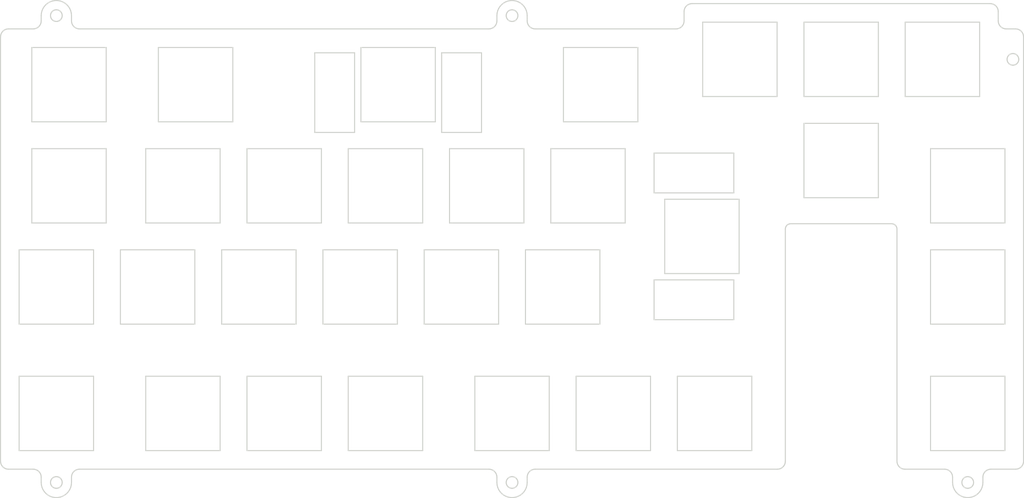
<source format=kicad_pcb>
(kicad_pcb (version 20211014) (generator pcbnew)

  (general
    (thickness 1.6)
  )

  (paper "A4")
  (layers
    (0 "F.Cu" signal)
    (31 "B.Cu" signal)
    (32 "B.Adhes" user "B.Adhesive")
    (33 "F.Adhes" user "F.Adhesive")
    (34 "B.Paste" user)
    (35 "F.Paste" user)
    (36 "B.SilkS" user "B.Silkscreen")
    (37 "F.SilkS" user "F.Silkscreen")
    (38 "B.Mask" user)
    (39 "F.Mask" user)
    (40 "Dwgs.User" user "User.Drawings")
    (41 "Cmts.User" user "User.Comments")
    (42 "Eco1.User" user "User.Eco1")
    (43 "Eco2.User" user "User.Eco2")
    (44 "Edge.Cuts" user)
    (45 "Margin" user)
    (46 "B.CrtYd" user "B.Courtyard")
    (47 "F.CrtYd" user "F.Courtyard")
    (48 "B.Fab" user)
    (49 "F.Fab" user)
    (50 "User.1" user)
    (51 "User.2" user)
    (52 "User.3" user)
    (53 "User.4" user)
    (54 "User.5" user)
    (55 "User.6" user)
    (56 "User.7" user)
    (57 "User.8" user)
    (58 "User.9" user)
  )

  (setup
    (pad_to_mask_clearance 0)
    (pcbplotparams
      (layerselection 0x0001000_7ffffffe)
      (disableapertmacros false)
      (usegerberextensions false)
      (usegerberattributes true)
      (usegerberadvancedattributes true)
      (creategerberjobfile true)
      (svguseinch false)
      (svgprecision 6)
      (excludeedgelayer true)
      (plotframeref false)
      (viasonmask false)
      (mode 1)
      (useauxorigin false)
      (hpglpennumber 1)
      (hpglpenspeed 20)
      (hpglpendiameter 15.000000)
      (dxfpolygonmode true)
      (dxfimperialunits true)
      (dxfusepcbnewfont true)
      (psnegative false)
      (psa4output false)
      (plotreference true)
      (plotvalue true)
      (plotinvisibletext false)
      (sketchpadsonfab false)
      (subtractmaskfromsilk false)
      (outputformat 1)
      (mirror false)
      (drillshape 0)
      (scaleselection 1)
      (outputdirectory "./gerber")
    )
  )

  (net 0 "")

  (gr_line (start 209.867496 61.625001) (end 209.867496 47.624995) (layer "Edge.Cuts") (width 0.2) (tstamp 000367e6-2315-4361-8e6c-36e6941512e7))
  (gr_line (start 192.501478 86.081254) (end 192.601452 85.93846) (layer "Edge.Cuts") (width 0.2) (tstamp 00510693-24fd-4d48-a5b6-347909e20ea9))
  (gr_line (start 50.611244 71.437508) (end 64.611244 71.437508) (layer "Edge.Cuts") (width 0.2) (tstamp 00cbc1db-6606-4a45-af82-4e783e5b68d5))
  (gr_line (start 219.680004 71.437508) (end 233.68 71.437508) (layer "Edge.Cuts") (width 0.2) (tstamp 014ea9bc-52f3-4693-9c4b-cedc3d76b1e1))
  (gr_line (start 236.213646 55.001218) (end 236.132622 55.174996) (layer "Edge.Cuts") (width 0.2) (tstamp 0150f167-7c54-4f4b-b5ed-86514b94565d))
  (gr_line (start 54.196332 46.011273) (end 54.277367 45.837504) (layer "Edge.Cuts") (width 0.2) (tstamp 01c1f150-6aef-4744-a259-f1d783acf6e6))
  (gr_line (start 140.578775 47.421157) (end 140.404997 47.340123) (layer "Edge.Cuts") (width 0.2) (tstamp 025f1e53-7726-42df-9e4e-eda7ba72e8d8))
  (gr_line (start 236.022644 53.91793) (end 236.132622 54.075) (layer "Edge.Cuts") (width 0.2) (tstamp 039d7630-74e0-428a-83e0-d9d93db9ac70))
  (gr_line (start 143.895454 132.786977) (end 144.005956 132.550008) (layer "Edge.Cuts") (width 0.2) (tstamp 03e0ac78-8c22-4cc0-ae87-6f193f221f9d))
  (gr_line (start 139.921331 46.011273) (end 140.002365 45.837504) (layer "Edge.Cuts") (width 0.2) (tstamp 04393bed-0c16-4cea-9de2-150799c43023))
  (gr_line (start 214.117489 131.599023) (end 214.354458 131.709535) (layer "Edge.Cuts") (width 0.2) (tstamp 046ed8ec-c48b-41b3-a867-c6acd97adb83))
  (gr_line (start 140.247927 47.230145) (end 140.112343 47.094561) (layer "Edge.Cuts") (width 0.2) (tstamp 05ef8b30-103c-4eb9-80e4-228bf257362e))
  (gr_line (start 141.654625 43.624713) (end 141.190347 43.547236) (layer "Edge.Cuts") (width 0.2) (tstamp 06d56b43-b145-4f48-97ea-51aabb4181d6))
  (gr_line (start 157.480001 90.487506) (end 157.480001 104.487502) (layer "Edge.Cuts") (width 0.2) (tstamp 074f2b82-9a69-4956-8295-c6cd1cc13150))
  (gr_line (start 55.465345 137.140252) (end 55.929627 137.062795) (layer "Edge.Cuts") (width 0.2) (tstamp 076f0543-55db-47ab-82ac-df4686c8368b))
  (gr_line (start 147.954998 114.3) (end 147.954998 128.299996) (layer "Edge.Cuts") (width 0.2) (tstamp 08266263-6512-4d4a-9fb5-6469bebcd088))
  (gr_line (start 142.054996 46.387498) (end 142.038288 46.578509) (layer "Edge.Cuts") (width 0.2) (tstamp 08641c8f-9b89-4de9-833e-ea8ccb4b662b))
  (gr_line (start 138.105001 46.387498) (end 138.105001 47.387492) (layer "Edge.Cuts") (width 0.2) (tstamp 08d66335-9c8f-4cc1-a3b5-8cfdfe0cc212))
  (gr_line (start 55.606217 133.266351) (end 55.779995 133.347375) (layer "Edge.Cuts") (width 0.2) (tstamp 08f9e142-62a6-4de2-80dc-52ca80e92ec1))
  (gr_line (start 138.105001 134.3) (end 138.143863 134.769093) (layer "Edge.Cuts") (width 0.2) (tstamp 093141d7-55ed-48ac-911d-c2605a7d5fe4))
  (gr_line (start 143.650579 45.4621) (end 143.461494 45.031049) (layer "Edge.Cuts") (width 0.2) (tstamp 0998bd2c-f398-433c-87b0-95595aedf038))
  (gr_line (start 44.752783 130.560471) (end 44.820456 130.813043) (layer "Edge.Cuts") (width 0.2) (tstamp 09a62aec-e89d-4f14-805b-c4e83c38e10a))
  (gr_line (start 54.522928 135.142648) (end 54.387345 135.007073) (layer "Edge.Cuts") (width 0.2) (tstamp 0a301cac-679a-4f9e-a73e-ac0276adb4af))
  (gr_line (start 213.367481 130.300004) (end 213.390293 130.560471) (layer "Edge.Cuts") (width 0.2) (tstamp 0a9650b2-dedc-4c65-82fa-299510119b70))
  (gr_line (start 213.010273 85.815198) (end 213.133545 85.93846) (layer "Edge.Cuts") (width 0.2) (tstamp 0b44d0d5-77c6-4e76-9b13-9ce2ae949d52))
  (gr_line (start 54.387345 47.094561) (end 54.277367 46.93751) (layer "Edge.Cuts") (width 0.2) (tstamp 0b48e815-af0f-4d26-864e-7c2f9abd1237))
  (gr_line (start 44.752783 50.127026) (end 44.729994 50.387494) (layer "Edge.Cuts") (width 0.2) (tstamp 0b61cf3a-a623-4158-8d1f-620f71228f95))
  (gr_line (start 59.066964 48.797032) (end 58.829994 48.68654) (layer "Edge.Cuts") (width 0.2) (tstamp 0b9ae5bd-b749-44a9-87cd-528b0767199d))
  (gr_line (start 141.146002 45.30421) (end 141.331215 45.353839) (layer "Edge.Cuts") (width 0.2) (tstamp 0bedc46f-1273-4032-8dea-df4fc80b1709))
  (gr_line (start 56.313283 134.491021) (end 56.263655 134.676225) (layer "Edge.Cuts") (width 0.2) (tstamp 0c06ecf9-f34f-420b-9f98-3b975bc77139))
  (gr_line (start 173.853311 44.475924) (end 173.668432 44.660813) (layer "Edge.Cuts") (width 0.2) (tstamp 0c72270d-cd6e-4ede-a74e-a7148d1b2953))
  (gr_line (start 223.080005 132.000958) (end 223.294182 132.150933) (layer "Edge.Cuts") (width 0.2) (tstamp 0c9a0264-eb05-4e37-b0f3-14451329c449))
  (gr_line (start 53.299741 44.290683) (end 52.980943 44.63699) (layer "Edge.Cuts") (width 0.2) (tstamp 0cdbd5eb-32d0-4341-9782-f8eb59d3ca64))
  (gr_line (start 54.277367 45.837504) (end 54.387345 45.680434) (layer "Edge.Cuts") (width 0.2) (tstamp 0cdd1a98-bdd3-403c-8c2b-128fc7fa10b9))
  (gr_line (start 167.004995 128.299996) (end 153.004999 128.299996) (layer "Edge.Cuts") (width 0.2) (tstamp 0cf3c80c-4045-4835-ba4e-73184477e3e3))
  (gr_line (start 57.736494 135.656449) (end 57.925573 135.225388) (layer "Edge.Cuts") (width 0.2) (tstamp 0d3881d3-840a-4717-988e-43fd29a3e350))
  (gr_line (start 141.907625 45.837504) (end 141.988659 46.011273) (layer "Edge.Cuts") (width 0.2) (tstamp 0d697c85-f1a6-4752-bc50-5e3cbee9bb2f))
  (gr_line (start 236.022644 55.332057) (end 235.88707 55.467641) (layer "Edge.Cuts") (width 0.2) (tstamp 0d9fc11c-4c6a-4cce-9a6f-f503223bf9aa))
  (gr_line (start 127.711744 68.387496) (end 127.711744 53.387496) (layer "Edge.Cuts") (width 0.2) (tstamp 0e322e10-a255-4945-a7a8-b004d648714e))
  (gr_line (start 100.329995 104.487502) (end 100.329995 90.487506) (layer "Edge.Cuts") (width 0.2) (tstamp 0eacd63d-e83c-4b98-95d8-44b7cbbac02f))
  (gr_line (start 192.601452 85.93846) (end 192.724714 85.815198) (layer "Edge.Cuts") (width 0.2) (tstamp 0eb03eca-895f-418c-9964-940a4b0ff70a))
  (gr_line (start 234.472923 55.467641) (end 234.337349 55.332057) (layer "Edge.Cuts") (width 0.2) (tstamp 0f597128-4735-4bc1-8b1c-b9195e1eeb06))
  (gr_line (start 227.056217 133.266351) (end 227.229996 133.347375) (layer "Edge.Cuts") (width 0.2) (tstamp 0f5cdd7f-4bf1-4915-8944-5a95907b5ab5))
  (gr_line (start 186.055002 128.299996) (end 172.054996 128.299996) (layer "Edge.Cuts") (width 0.2) (tstamp 0ff359ae-3232-4c82-93a9-6212ae55050d))
  (gr_line (start 232.394714 45.36452) (end 232.327022 45.111968) (layer "Edge.Cuts") (width 0.2) (tstamp 0ff5e373-b30f-4812-a4f3-72962571e30d))
  (gr_line (start 86.329994 90.487506) (end 86.329994 104.487502) (layer "Edge.Cuts") (width 0.2) (tstamp 1002d003-cbd8-4f94-ba73-c9153fab81b7))
  (gr_line (start 209.867496 47.624995) (end 195.8675 47.624995) (layer "Edge.Cuts") (width 0.2) (tstamp 101fafee-d968-441e-ab8f-79c7f3f07f7e))
  (gr_line (start 55.229994 135.399987) (end 55.038981 135.383279) (layer "Edge.Cuts") (width 0.2) (tstamp 1037b7c7-e0c6-4af4-ada3-71a938802215))
  (gr_line (start 230.516968 131.890466) (end 230.76952 131.822793) (layer "Edge.Cuts") (width 0.2) (tstamp 10403980-6af2-42d3-bcd5-0d17ddf4df69))
  (gr_line (start 59.579994 48.887498) (end 59.319522 48.864695) (layer "Edge.Cuts") (width 0.2) (tstamp 10b56e86-7e97-45f8-84a0-c519897ee14a))
  (gr_line (start 137.569179 132.150933) (end 137.754059 132.335812) (layer "Edge.Cuts") (width 0.2) (tstamp 11061619-a9c3-4e48-89b4-789ec5e9cd47))
  (gr_line (start 51.629994 48.68654) (end 51.393024 48.797032) (layer "Edge.Cuts") (width 0.2) (tstamp 110e732e-7171-41fa-9324-be2fa94323c2))
  (gr_line (start 56.329994 46.387498) (end 56.313283 46.578509) (layer "Edge.Cuts") (width 0.2) (tstamp 11a1ae62-a38e-441c-91fb-244257e4144a))
  (gr_line (start 143.479996 90.487506) (end 157.480001 90.487506) (layer "Edge.Cuts") (width 0.2) (tstamp 129a7df6-419c-40cb-a04d-f383dd03ca74))
  (gr_line (start 62.229994 128.299996) (end 48.229994 128.299996) (layer "Edge.Cuts") (width 0.2) (tstamp 12b17425-e0b2-4515-b1c4-800ca21d29d6))
  (gr_line (start 55.93706 133.457333) (end 56.072644 133.592927) (layer "Edge.Cuts") (width 0.2) (tstamp 12b6457f-cf7e-438d-8aec-d7ebdf5a3bab))
  (gr_line (start 186.055002 114.3) (end 186.055002 128.299996) (layer "Edge.Cuts") (width 0.2) (tstamp 12f46430-695e-49ef-95a7-7d495c9f0d70))
  (gr_line (start 57.160247 44.290683) (end 56.788796 44.001567) (layer "Edge.Cuts") (width 0.2) (tstamp 130ba597-b20a-4abb-8551-28ebba23d0f9))
  (gr_line (start 143.827781 47.647979) (end 143.804998 47.387492) (layer "Edge.Cuts") (width 0.2) (tstamp 134d62e5-414a-44e9-8292-ef16887de92e))
  (gr_line (start 169.673748 94.962489) (end 169.673748 80.962493) (layer "Edge.Cuts") (width 0.2) (tstamp 137c01c5-53ec-4371-8432-5d8d94559a75))
  (gr_line (start 232.953319 48.536565) (end 232.768421 48.351676) (layer "Edge.Cuts") (width 0.2) (tstamp 13812452-3425-4a25-999f-dd3c241bed1f))
  (gr_line (start 213.133545 85.93846) (end 213.233509 86.081254) (layer "Edge.Cuts") (width 0.2) (tstamp 13e9c236-32c4-42ec-9e63-35c42a304aef))
  (gr_line (start 52.357206 133.039529) (end 52.379994 133.299996) (layer "Edge.Cuts") (width 0.2) (tstamp 1407bfd6-9375-4747-830b-16175d02fffe))
  (gr_line (start 214.354458 131.709535) (end 214.607029 131.777207) (layer "Edge.Cuts") (width 0.2) (tstamp 14c59410-ef95-4318-bd3a-ce73f30b0e7a))
  (gr_line (start 86.329994 104.487502) (end 100.329995 104.487502) (layer "Edge.Cuts") (width 0.2) (tstamp 150d432d-35d7-4fdb-8d74-c8f454b1e267))
  (gr_line (start 236.979027 131.050011) (end 237.089538 130.813043) (layer "Edge.Cuts") (width 0.2) (tstamp 150deeb9-dee1-4a54-994a-946745a85ee0))
  (gr_line (start 54.679994 135.252625) (end 54.522928 135.142648) (layer "Edge.Cuts") (width 0.2) (tstamp 150f53ab-d5e6-4bba-9a75-88af25beb427))
  (gr_line (start 58.170455 47.900531) (end 58.102783 47.647979) (layer "Edge.Cuts") (width 0.2) (tstamp 1514ca94-884d-4b88-9c0c-bf177d45c0a8))
  (gr_line (start 51.844175 48.536565) (end 51.629994 48.68654) (layer "Edge.Cuts") (width 0.2) (tstamp 16676e0f-6f81-449f-98fe-7ea36f4f364e))
  (gr_line (start 56.788796 44.001567) (end 56.374826 43.777539) (layer "Edge.Cuts") (width 0.2) (tstamp 16a9ff34-fea7-4fd5-96cb-a318e7d98e1b))
  (gr_line (start 227.76329 134.491021) (end 227.713661 134.676225) (layer "Edge.Cuts") (width 0.2) (tstamp 17194d3c-e0b2-4081-a50e-c5c1a2e7bc0b))
  (gr_line (start 140.255356 137.062795) (end 140.719642 137.140252) (layer "Edge.Cuts") (width 0.2) (tstamp 17763c1e-0f50-4d72-b8f0-8860fd95b5f6))
  (gr_line (start 141.331215 45.353839) (end 141.504993 45.434863) (layer "Edge.Cuts") (width 0.2) (tstamp 177f53b4-23fc-4481-92fd-9674eab932f8))
  (gr_line (start 140.955 45.287501) (end 141.146002 45.30421) (layer "Edge.Cuts") (width 0.2) (tstamp 17a0ee5b-9018-4794-9d84-7f87a2d83170))
  (gr_line (start 55.929627 43.624713) (end 55.465345 43.547236) (layer "Edge.Cuts") (width 0.2) (tstamp 184a6115-ad9c-47d4-a11f-cacfde1c2911))
  (gr_line (start 57.479045 136.050507) (end 57.736494 135.656449) (layer "Edge.Cuts") (width 0.2) (tstamp 1896d32f-769f-4315-8a4f-0c1889815fe2))
  (gr_line (start 52.379994 47.387492) (end 52.357206 47.647979) (layer "Edge.Cuts") (width 0.2) (tstamp 1939cd9c-0dce-4eb4-af54-6c7b3ae91c25))
  (gr_line (start 227.713661 133.923776) (end 227.76329 134.108979) (layer "Edge.Cuts") (width 0.2) (tstamp 1975caac-c47e-432c-bff4-c500517a7174))
  (gr_line (start 227.713661 134.676225) (end 227.632618 134.849984) (layer "Edge.Cuts") (width 0.2) (tstamp 1987f7b8-3915-46c9-b167-12d2242ede98))
  (gr_line (start 103.835745 68.387496) (end 103.835745 53.387496) (layer "Edge.Cuts") (width 0.2) (tstamp 19f03404-03ba-41b4-b4b5-428ee080aacd))
  (gr_line (start 52.723494 135.656449) (end 52.980943 136.050507) (layer "Edge.Cuts") (width 0.2) (tstamp 19fddeff-1ce3-465e-ac6e-c98751dd0788))
  (gr_line (start 140.002365 134.849984) (end 139.921331 134.676225) (layer "Edge.Cuts") (width 0.2) (tstamp 1a79879d-27bd-4e90-a8b3-f2f2ae8d51ed))
  (gr_line (start 227.632618 134.849984) (end 227.52264 135.007073) (layer "Edge.Cuts") (width 0.2) (tstamp 1acb0ec7-0946-4ad1-8920-08eace088912))
  (gr_line (start 140.955 133.199994) (end 141.146002 133.216702) (layer "Edge.Cuts") (width 0.2) (tstamp 1b0fc2cc-390c-4d7c-8cff-0434deb644b6))
  (gr_line (start 129.192495 85.437495) (end 129.192495 71.437508) (layer "Edge.Cuts") (width 0.2) (tstamp 1b55df95-1e90-4fbd-b332-523ad614d7af))
  (gr_line (start 50.879994 48.887498) (end 46.229994 48.887498) (layer "Edge.Cuts") (width 0.2) (tstamp 1bae19dc-898d-4776-83f9-dfb139ecdb69))
  (gr_line (start 55.606217 45.353839) (end 55.779995 45.434863) (layer "Edge.Cuts") (width 0.2) (tstamp 1bed051d-f7cb-46f5-9c85-da8bdb430d45))
  (gr_line (start 52.379994 46.387498) (end 52.379994 47.387492) (layer "Edge.Cuts") (width 0.2) (tstamp 1c174ec4-65e3-42ef-879f-9153fc32a2b1))
  (gr_line (start 233.68 114.3) (end 233.68 128.299996) (layer "Edge.Cuts") (width 0.2) (tstamp 1cbc45b6-9173-4190-877c-9fc69756e6ac))
  (gr_line (start 54.277367 133.749997) (end 54.387345 133.592927) (layer "Edge.Cuts") (width 0.2) (tstamp 1cbd7bcb-93d9-4dc7-a019-f927a452f512))
  (gr_line (start 55.779995 133.347375) (end 55.93706 133.457333) (layer "Edge.Cuts") (width 0.2) (tstamp 1cde9606-04d1-45e8-9620-e3eab9e6a321))
  (gr_line (start 55.779995 47.340123) (end 55.606217 47.421157) (layer "Edge.Cuts") (width 0.2) (tstamp 1d05ec57-e239-461d-afb9-d28107b3200c))
  (gr_line (start 138.143863 134.769093) (end 138.25942 135.225388) (layer "Edge.Cuts") (width 0.2) (tstamp 1d68fe63-3bd2-42b9-8060-1a8579b7c012))
  (gr_line (start 237.157211 130.560471) (end 237.179985 130.300004) (layer "Edge.Cuts") (width 0.2) (tstamp 1d8b586b-46b5-4596-bea0-571bc9db4aee))
  (gr_line (start 195.8675 66.674992) (end 209.867496 66.674992) (layer "Edge.Cuts") (width 0.2) (tstamp 1dd0efe7-f4b1-4656-8e90-1d5f3dc367bf))
  (gr_line (start 140.578775 135.333669) (end 140.404997 135.252625) (layer "Edge.Cuts") (width 0.2) (tstamp 1e1cdfae-e6ee-42b1-b2a2-731a2450c013))
  (gr_line (start 167.67375 72.274501) (end 182.67375 72.274501) (layer "Edge.Cuts") (width 0.2) (tstamp 1ebfa4e9-3435-44d8-9dff-118c085d1e05))
  (gr_line (start 195.8675 47.624995) (end 195.8675 61.625001) (layer "Edge.Cuts") (width 0.2) (tstamp 1fe051ba-6885-4025-b0e9-f68f51254715))
  (gr_line (start 173.668432 44.660813) (end 173.518457 44.874999) (layer "Edge.Cuts") (width 0.2) (tstamp 20680ee0-0e43-4a53-9525-b474a7b47b3c))
  (gr_line (start 138.25942 45.4621) (end 138.143863 45.918404) (layer "Edge.Cuts") (width 0.2) (tstamp 211f38ef-080a-405f-9ab4-2133bd6ea4fe))
  (gr_line (start 212.541141 85.596434) (end 212.709522 85.641553) (layer "Edge.Cuts") (width 0.2) (tstamp 214137d6-f021-4312-b11f-208cedd7d0ea))
  (gr_line (start 182.67375 72.274501) (end 182.67375 79.774501) (layer "Edge.Cuts") (width 0.2) (tstamp 217a8266-a0f9-4b4d-a5a7-12538e7465d3))
  (gr_line (start 150.623741 52.387492) (end 150.623741 66.387498) (layer "Edge.Cuts") (width 0.2) (tstamp 21cac30b-5f59-4a2c-87be-7f4663b181f1))
  (gr_line (start 48.229994 104.487502) (end 62.229994 104.487502) (layer "Edge.Cuts") (width 0.2) (tstamp 227e5f08-6eeb-4f56-a8d3-620d8d029bd2))
  (gr_line (start 55.421007 47.470786) (end 55.229994 47.487494) (layer "Edge.Cuts") (width 0.2) (tstamp 229913f7-8e4c-4010-9930-df1aca424225))
  (gr_line (start 223.829975 133.299996) (end 223.829975 134.3) (layer "Edge.Cuts") (width 0.2) (tstamp 2338c21d-8966-4130-9494-c2676ae6fbb3))
  (gr_line (start 191.617489 131.599023) (end 191.831674 131.449067) (layer "Edge.Cuts") (width 0.2) (tstamp 23ab772b-e246-4d3d-b2cd-a45ebd6b3a54))
  (gr_line (start 140.247927 45.54485) (end 140.404997 45.434863) (layer "Edge.Cuts") (width 0.2) (tstamp 23d0d82a-0cfa-4d4a-8032-fc09f27f53c8))
  (gr_line (start 140.002365 45.837504) (end 140.112343 45.680434) (layer "Edge.Cuts") (width 0.2) (tstamp 23d5f6ca-15c7-473a-9ea3-d5e6d433c6c2))
  (gr_line (start 232.417488 47.387492) (end 232.417488 45.624997) (layer "Edge.Cuts") (width 0.2) (tstamp 24491ab1-5104-4a4b-8c1d-eeda5bf180ff))
  (gr_line (start 129.192495 71.437508) (end 143.192501 71.437508) (layer "Edge.Cuts") (width 0.2) (tstamp 2467c3dd-8c4f-438a-a216-442356b6dc05))
  (gr_line (start 110.142493 85.437495) (end 110.142493 71.437508) (layer "Edge.Cuts") (width 0.2) (tstamp 24860713-d34d-475a-a1e1-37d4cc188f3f))
  (gr_line (start 143.827781 133.039529) (end 143.895454 132.786977) (layer "Edge.Cuts") (width 0.2) (tstamp 249a3ca5-9101-458c-8d30-d3bfbfad3ee6))
  (gr_line (start 139.871702 46.578509) (end 139.854994 46.387498) (layer "Edge.Cuts") (width 0.2) (tstamp 24fcc6b9-fb5f-4d41-b7fc-77dfd36404cc))
  (gr_line (start 190.817499 61.625001) (end 190.817499 47.624995) (layer "Edge.Cuts") (width 0.2) (tstamp 25b0894e-51fd-470a-b86d-660f5629590b))
  (gr_line (start 227.779999 134.3) (end 227.76329 134.491021) (layer "Edge.Cuts") (width 0.2) (tstamp 25c3e96a-02d9-4b5c-8878-c1341642aea5))
  (gr_line (start 58.615813 132.150933) (end 58.829994 132.000958) (layer "Edge.Cuts") (width 0.2) (tstamp 264576ce-ffda-447c-a4fe-258ee6e49d35))
  (gr_line (start 145.304994 131.8) (end 190.867491 131.8) (layer "Edge.Cuts") (width 0.2) (tstamp 26600c32-9010-4cd6-a2fc-1f6802787d6f))
  (gr_line (start 219.680004 114.3) (end 233.68 114.3) (layer "Edge.Cuts") (width 0.2) (tstamp 26ec2e56-7ce0-42a7-9b8a-1ca67ab00aab))
  (gr_line (start 52.980943 44.63699) (end 52.723494 45.031049) (layer "Edge.Cuts") (width 0.2) (tstamp 27392081-e042-4abc-b274-0c5c57fff773))
  (gr_line (start 191.127968 131.777207) (end 191.38052 131.709535) (layer "Edge.Cuts") (width 0.2) (tstamp 2791e807-87d0-42ec-8a1b-357e6a35e1be))
  (gr_line (start 192.382688 86.407592) (end 192.427807 86.23923) (layer "Edge.Cuts") (width 0.2) (tstamp 28364660-0b53-4ae1-a8b8-c55b34b93fbc))
  (gr_line (start 234.803772 55.658662) (end 234.629993 55.577628) (layer "Edge.Cuts") (width 0.2) (tstamp 2837372f-c821-4731-8564-aab2d76e1c1e))
  (gr_line (start 235.371017 53.541705) (end 235.556221 53.591334) (layer "Edge.Cuts") (width 0.2) (tstamp 28718e66-0bb8-4be2-a6f7-8c28dd73417f))
  (gr_line (start 223.829975 134.3) (end 223.868885 134.769093) (layer "Edge.Cuts") (width 0.2) (tstamp 288f738a-4db5-4b64-bc70-887e5c75d10f))
  (gr_line (start 58.041124 134.769093) (end 58.079995 134.3) (layer "Edge.Cuts") (width 0.2) (tstamp 28d327dd-bb2f-4ea3-825a-fd73d3699a46))
  (gr_line (start 144.155931 132.335812) (end 144.340811 132.150933) (layer "Edge.Cuts") (width 0.2) (tstamp 292a2de4-3bc8-407f-af86-673b3e4beb39))
  (gr_line (start 213.718433 131.264169) (end 213.903312 131.449067) (layer "Edge.Cuts") (width 0.2) (tstamp 2943cc6d-bebc-4248-bfca-5cc13dc15a25))
  (gr_line (start 64.611244 85.437495) (end 50.611244 85.437495) (layer "Edge.Cuts") (width 0.2) (tstamp 29ac709e-abf8-4019-829c-408ccd63fb1f))
  (gr_line (start 219.680004 104.487502) (end 219.680004 90.487506) (layer "Edge.Cuts") (width 0.2) (tstamp 2a6215aa-fa95-4da9-a957-a9cb6c80f1ec))
  (gr_line (start 227.229996 133.347375) (end 227.387066 133.457333) (layer "Edge.Cuts") (width 0.2) (tstamp 2af2ac74-555e-46fe-9ed3-28a78254f92e))
  (gr_line (start 56.072644 133.592927) (end 56.182622 133.749997) (layer "Edge.Cuts") (width 0.2) (tstamp 2b68dc66-fbd0-40b9-a63d-5b8b1367c085))
  (gr_line (start 229.730949 132.550008) (end 229.880924 132.335812) (layer "Edge.Cuts") (width 0.2) (tstamp 2b8bb807-d5d8-4ced-b227-07336a09c4ae))
  (gr_line (start 227.76329 134.108979) (end 227.779999 134.3) (layer "Edge.Cuts") (width 0.2) (tstamp 2bb25921-2692-498a-9e89-29ac47875da3))
  (gr_line (start 228.610248 136.396806) (end 228.929043 136.050507) (layer "Edge.Cuts") (width 0.2) (tstamp 2be865cc-3e03-4ed6-97e9-18d78c4dbeeb))
  (gr_line (start 182.67375 103.6505) (end 167.67375 103.6505) (layer "Edge.Cuts") (width 0.2) (tstamp 2c5a33c5-f701-4e40-9650-92c010a633d4))
  (gr_line (start 124.429993 90.487506) (end 138.429994 90.487506) (layer "Edge.Cuts") (width 0.2) (tstamp 2c7b15b5-6ba9-4e5a-9eae-a926eea1712c))
  (gr_line (start 229.529991 134.3) (end 229.529991 133.299996) (layer "Edge.Cuts") (width 0.2) (tstamp 2c8843e0-31a0-4a90-b3a6-623345408c37))
  (gr_line (start 229.529991 133.299996) (end 229.552784 133.039529) (layer "Edge.Cuts") (width 0.2) (tstamp 2d09fd58-9898-472b-8452-08578f98f95d))
  (gr_line (start 55.421007 45.30421) (end 55.606217 45.353839) (layer "Edge.Cuts") (width 0.2) (tstamp 2d13a5b0-f3dc-4229-bd44-0474edb59ad2))
  (gr_line (start 232.327022 45.111968) (end 232.21653 44.874999) (layer "Edge.Cuts") (width 0.2) (tstamp 2d5d6d4f-4753-4c91-a030-0c7ffb26c763))
  (gr_line (start 74.423744 66.387498) (end 74.423744 52.387492) (layer "Edge.Cuts") (width 0.2) (tstamp 2e3f8e9a-9fb9-41c5-bf11-67f8906ed345))
  (gr_line (start 143.479996 104.487502) (end 143.479996 90.487506) (layer "Edge.Cuts") (width 0.2) (tstamp 2ebd21b6-c029-4406-a3f8-22de8265c60e))
  (gr_line (start 45.265813 131.449067) (end 45.479994 131.599023) (layer "Edge.Cuts") (width 0.2) (tstamp 301f43b4-97b2-4beb-823f-5051dcb1659c))
  (gr_line (start 223.739548 132.786977) (end 223.80722 133.039529) (layer "Edge.Cuts") (width 0.2) (tstamp 31b30f57-a047-4195-84f2-213204270b93))
  (gr_line (start 192.867489 85.715224) (end 193.025474 85.641553) (layer "Edge.Cuts") (width 0.2) (tstamp 322d2137-6447-4b14-a190-9508ccde04dc))
  (gr_line (start 140.763979 133.216702) (end 140.955 133.199994) (layer "Edge.Cuts") (width 0.2) (tstamp 32355e81-b28e-49d0-aa72-8d786db0a44d))
  (gr_line (start 139.39619 44.001567) (end 139.024734 44.290683) (layer "Edge.Cuts") (width 0.2) (tstamp 335c972d-808b-41ec-8b5b-22392fd24d5f))
  (gr_line (start 141.331215 135.333669) (end 141.146002 135.383279) (layer "Edge.Cuts") (width 0.2) (tstamp 340f86f6-6039-464e-aa00-d3b032618290))
  (gr_line (start 56.313283 46.578509) (end 56.263655 46.763713) (layer "Edge.Cuts") (width 0.2) (tstamp 344525f0-024b-4e23-9d15-2d0731fc9af7))
  (gr_line (start 195.8675 80.674998) (end 195.8675 66.674992) (layer "Edge.Cuts") (width 0.2) (tstamp 3447b9e7-9ce0-4668-9727-00767a853d53))
  (gr_line (start 45.080928 49.42332) (end 44.930956 49.637496) (layer "Edge.Cuts") (width 0.2) (tstamp 34912169-0e9c-4091-a2bc-92e18f2a5beb))
  (gr_line (start 50.611244 52.387492) (end 50.611244 66.387498) (layer "Edge.Cuts") (width 0.2) (tstamp 35263f3d-527d-4607-addc-28010ebd34e2))
  (gr_line (start 54.679994 133.347375) (end 54.853772 133.266351) (layer "Edge.Cuts") (width 0.2) (tstamp 3538f90f-7c8d-44e0-917e-9c1ae403e618))
  (gr_line (start 236.979027 49.637496) (end 236.829071 49.42332) (layer "Edge.Cuts") (width 0.2) (tstamp 3583c6e8-908b-4f4d-a0c3-0d1699fbad8e))
  (gr_line (start 148.242492 85.437495) (end 162.242498 85.437495) (layer "Edge.Cuts") (width 0.2) (tstamp 35ecee50-25dd-40ed-b90f-740f1beace64))
  (gr_line (start 225.121193 136.685941) (end 225.535164 136.909959) (layer "Edge.Cuts") (width 0.2) (tstamp 36c6de5c-aa74-4f15-aad7-a741c060fda0))
  (gr_line (start 72.042494 128.299996) (end 72.042494 114.3) (layer "Edge.Cuts") (width 0.2) (tstamp 37076c58-d547-4f1c-aa28-563e61fb9f07))
  (gr_line (start 52.289533 132.786977) (end 52.357206 133.039529) (layer "Edge.Cuts") (width 0.2) (tstamp 37462dfb-b6fb-42c8-bf26-7549ddfb65e8))
  (gr_line (start 147.954998 128.299996) (end 133.954992 128.299996) (layer "Edge.Cuts") (width 0.2) (tstamp 379aff3e-d00a-430c-88a7-3fb1ef948104))
  (gr_line (start 140.112343 45.680434) (end 140.247927 45.54485) (layer "Edge.Cuts") (width 0.2) (tstamp 37bab20e-dc6c-4891-a224-3cfea33fcdaa))
  (gr_line (start 140.578775 45.353839) (end 140.763979 45.30421) (layer "Edge.Cuts") (width 0.2) (tstamp 37f44a08-d00c-4c94-92d9-6a167c232880))
  (gr_line (start 55.465345 43.547236) (end 54.994643 43.547236) (layer "Edge.Cuts") (width 0.2) (tstamp 38117f45-d6da-4b34-8042-4f30d4a01737))
  (gr_line (start 230.279999 132.000958) (end 230.516968 131.890466) (layer "Edge.Cuts") (width 0.2) (tstamp 383033b6-a0d5-4c82-a734-538e69e79c80))
  (gr_line (start 64.611244 71.437508) (end 64.611244 85.437495) (layer "Edge.Cuts") (width 0.2) (tstamp 3893b10a-ef67-466b-811d-4dfa329df8ee))
  (gr_line (start 88.423748 66.387498) (end 74.423744 66.387498) (layer "Edge.Cuts") (width 0.2) (tstamp 392e5fc8-5995-4bb0-a23b-c8a2ff472f03))
  (gr_line (start 213.367481 86.581256) (end 213.367481 130.300004) (layer "Edge.Cuts") (width 0.2) (tstamp 39734b4d-3c54-4619-b0f2-6bc17d9b84e5))
  (gr_line (start 54.196332 133.923776) (end 54.277367 133.749997) (layer "Edge.Cuts") (width 0.2) (tstamp 3982afa5-93b0-40f0-988a-1ed3017b2c0c))
  (gr_line (start 58.102783 47.647979) (end 58.079995 47.387492) (layer "Edge.Cuts") (width 0.2) (tstamp 39d52474-87b8-45af-9797-f83ea32f10f9))
  (gr_line (start 172.966566 48.351676) (end 172.781677 48.536565) (layer "Edge.Cuts") (width 0.2) (tstamp 3a09d372-b86b-464d-aa34-9117ec94609f))
  (gr_line (start 144.340811 48.536565) (end 144.155931 48.351676) (layer "Edge.Cuts") (width 0.2) (tstamp 3adda045-2304-42bd-8514-977168936870))
  (gr_line (start 172.054996 128.299996) (end 172.054996 114.3) (layer "Edge.Cuts") (width 0.2) (tstamp 3b663845-d6b6-44c2-bd22-a98ef9a52f8e))
  (gr_line (start 235.940475 48.910281) (end 235.679989 48.887498) (layer "Edge.Cuts") (width 0.2) (tstamp 3ba0aa46-7cbe-44ea-aecf-2c00ff6f76a5))
  (gr_line (start 232.768421 48.351676) (end 232.618465 48.1375) (layer "Edge.Cuts") (width 0.2) (tstamp 3be5338d-1b72-4023-a9d2-03af678a5c18))
  (gr_line (start 236.829071 131.264169) (end 236.979027 131.050011) (layer "Edge.Cuts") (width 0.2) (tstamp 3be85abf-156f-4391-b1d6-dcacc0124ffc))
  (gr_line (start 51.393024 48.797032) (end 51.140466 48.864695) (layer "Edge.Cuts") (width 0.2) (tstamp 3c1a2939-2de6-4848-96c3-3fc4b63de914))
  (gr_line (start 44.930956 49.637496) (end 44.820456 49.874465) (layer "Edge.Cuts") (width 0.2) (tstamp 3c656f8e-f73e-468e-b8b7-3893e9439ee8))
  (gr_line (start 45.080928 131.264169) (end 45.265813 131.449067) (layer "Edge.Cuts") (width 0.2) (tstamp 3c85a389-973a-4568-920c-f60df1d3c5b9))
  (gr_line (start 141.988659 134.676225) (end 141.907625 134.849984) (layer "Edge.Cuts") (width 0.2) (tstamp 3cabb681-973b-49af-beca-2111168d77c2))
  (gr_line (start 44.729994 50.387494) (end 44.729994 130.300004) (layer "Edge.Cuts") (width 0.2) (tstamp 3d1dc4b7-6f6c-4097-be0e-8b500e8c2642))
  (gr_line (start 54.679994 45.434863) (end 54.853772 45.353839) (layer "Edge.Cuts") (width 0.2) (tstamp 3d7bf83a-abc0-4dc9-8a23-ffe681b77b08))
  (gr_line (start 110.142493 114.3) (end 124.142504 114.3) (layer "Edge.Cuts") (width 0.2) (tstamp 3db43ef1-7be4-4ab1-a05f-fda46d63fa7e))
  (gr_line (start 148.242492 71.437508) (end 148.242492 85.437495) (layer "Edge.Cuts") (width 0.2) (tstamp 3e4ff6ca-814c-4657-8697-48cf11572045))
  (gr_line (start 234.227371 54.075) (end 234.337349 53.91793) (layer "Edge.Cuts") (width 0.2) (tstamp 3e6f16ab-aa57-4390-be20-8503dd647cc1))
  (gr_line (start 56.263655 46.011273) (end 56.313283 46.196486) (layer "Edge.Cuts") (width 0.2) (tstamp 3e96b2a1-99cc-478d-a7bf-e2e636ae927e))
  (gr_line (start 225.972919 135.142648) (end 225.837345 135.007073) (layer "Edge.Cuts") (width 0.2) (tstamp 3e983f01-fb9a-4e58-addf-2fb5f63d3f91))
  (gr_line (start 174.067497 44.325959) (end 173.853311 44.475924) (layer "Edge.Cuts") (width 0.2) (tstamp 3ea1ad7a-592a-41f9-a859-0a8805fddce7))
  (gr_line (start 229.491138 134.769093) (end 229.529991 134.3) (layer "Edge.Cuts") (width 0.2) (tstamp 3eb3987b-d6a3-4216-9e85-973068bde33d))
  (gr_line (start 235.556221 55.658662) (end 235.371017 55.708281) (layer "Edge.Cuts") (width 0.2) (tstamp 3f80c7dd-5e30-4e90-9cc1-b98716e7e06f))
  (gr_line (start 237.157211 50.127017) (end 237.089538 49.874465) (layer "Edge.Cuts") (width 0.2) (tstamp 3f88c6ab-0d52-498d-a3b6-40d9f2b48cc2))
  (gr_line (start 233.68 104.487502) (end 219.680004 104.487502) (layer "Edge.Cuts") (width 0.2) (tstamp 40028979-31bf-4394-9a7c-9fa1d8cd052a))
  (gr_line (start 225.837345 135.007073) (end 225.727367 134.849984) (layer "Edge.Cuts") (width 0.2) (tstamp 40bef338-9f2b-4180-9992-9498139508bd))
  (gr_line (start 173.317489 47.387492) (end 173.294706 47.647979) (layer "Edge.Cuts") (width 0.2) (tstamp 41657f9e-832b-496e-b4f8-85dc7eaf2d6f))
  (gr_line (start 54.146706 134.491021) (end 54.129994 134.3) (layer "Edge.Cuts") (width 0.2) (tstamp 41c0232a-ebc8-4d9b-8196-f275cf376ec5))
  (gr_line (start 143.461494 45.031049) (end 143.20404 44.63699) (layer "Edge.Cuts") (width 0.2) (tstamp 420eacdb-b23e-42eb-b6b1-17cdbe18ab48))
  (gr_line (start 143.650579 135.225388) (end 143.766126 134.769093) (layer "Edge.Cuts") (width 0.2) (tstamp 4224e1dc-ff3d-4664-80f9-6ecee878c3e2))
  (gr_line (start 237.179985 130.300004) (end 237.179985 50.387494) (layer "Edge.Cuts") (width 0.2) (tstamp 426a88c4-04f7-42c5-a247-6823c88ab908))
  (gr_line (start 173.227033 47.900531) (end 173.116531 48.1375) (layer "Edge.Cuts") (width 0.2) (tstamp 42812093-ea6a-4026-83c4-3f3bf167ae94))
  (gr_line (start 55.229994 47.487494) (end 55.038981 47.470786) (layer "Edge.Cuts") (width 0.2) (tstamp 42bcb1c5-725d-4cda-835d-64734ed86a9e))
  (gr_line (start 235.679989 131.8) (end 235.940475 131.777207) (layer "Edge.Cuts") (width 0.2) (tstamp 42f1cfb9-a750-4473-a48a-df62d261ec95))
  (gr_line (start 55.93706 135.142648) (end 55.779995 135.252625) (layer "Edge.Cuts") (width 0.2) (tstamp 43793889-8ed5-4f36-ab0b-1b797ab0a80c))
  (gr_line (start 144.554996 132.000958) (end 144.791965 131.890466) (layer "Edge.Cuts") (width 0.2) (tstamp 438a5046-5d05-44cc-a9b1-8d63446387b8))
  (gr_line (start 140.404997 45.434863) (end 140.578775 45.353839) (layer "Edge.Cuts") (width 0.2) (tstamp 43f3076e-860e-45cd-a923-6afcff707ef3))
  (gr_line (start 137.904033 132.550008) (end 138.014536 132.786977) (layer "Edge.Cuts") (width 0.2) (tstamp 4411fbd7-2f8a-4648-b060-b5ac5f5c1c81))
  (gr_line (start 214.607029 131.777207) (end 214.867496 131.8) (layer "Edge.Cuts") (width 0.2) (tstamp 450b688f-1193-4987-a6ce-904c89aca577))
  (gr_line (start 236.429996 131.599023) (end 236.644172 131.449067) (layer "Edge.Cuts") (width 0.2) (tstamp 453f0edb-a9b6-4431-b52d-d844e7bab4b3))
  (gr_line (start 52.357206 47.647979) (end 52.289533 47.900531) (layer "Edge.Cuts") (width 0.2) (tstamp 45b1d170-0dac-48eb-bd9a-b55ecdffd499))
  (gr_line (start 52.418864 45.918404) (end 52.379994 46.387498) (layer "Edge.Cuts") (width 0.2) (tstamp 45c0266b-89ad-42df-a938-543c5cc105d9))
  (gr_line (start 136.865463 131.822793) (end 137.118025 131.890466) (layer "Edge.Cuts") (width 0.2) (tstamp 46798cdd-6b9f-4d0d-bef8-32ae1d6bbcc0))
  (gr_line (start 138.70594 136.050507) (end 139.024734 136.396806) (layer "Edge.Cuts") (width 0.2) (tstamp 46ad372e-b34a-476b-b87c-c603f64ebd64))
  (gr_line (start 182.67375 96.1505) (end 182.67375 103.6505) (layer "Edge.Cuts") (width 0.2) (tstamp 472d4932-f862-4b28-b7cb-c6bee25d8d3c))
  (gr_line (start 54.853772 135.333669) (end 54.679994 135.252625) (layer "Edge.Cuts") (width 0.2) (tstamp 4732b536-90e4-4e4c-ab15-0d7f6cec8a2f))
  (gr_line (start 234.472923 53.782346) (end 234.629993 53.672368) (layer "Edge.Cuts") (width 0.2) (tstamp 47babf90-c056-4e59-b1cc-0e3b7b270562))
  (gr_line (start 141.662054 45.54485) (end 141.797638 45.680434) (layer "Edge.Cuts") (width 0.2) (tstamp 47d952b9-7a81-42d8-ad6c-b9cf22dfe122))
  (gr_line (start 45.716963 48.977954) (end 45.479994 49.088466) (layer "Edge.Cuts") (width 0.2) (tstamp 483406e3-c14d-457f-9cd6-f34a3a369987))
  (gr_line (start 143.804998 47.387492) (end 143.804998 46.387498) (layer "Edge.Cuts") (width 0.2) (tstamp 48b4c6e5-21ec-4e89-b4aa-7d15183c15a2))
  (gr_line (start 141.662054 135.142648) (end 141.504993 135.252625) (layer "Edge.Cuts") (width 0.2) (tstamp 48e4dcef-d755-47dd-9940-6828d9a4ec11))
  (gr_line (start 56.263655 133.923776) (end 56.313283 134.108979) (layer "Edge.Cuts") (width 0.2) (tstamp 490def64-58b9-4772-80c0-f59b768c7965))
  (gr_line (start 213.30719 86.23923) (end 213.352299 86.407592) (layer "Edge.Cuts") (width 0.2) (tstamp 491e57c2-5a4e-40ce-a6a3-c2bcc9c76dfc))
  (gr_line (start 140.719642 137.140252) (end 141.190347 137.140252) (layer "Edge.Cuts") (width 0.2) (tstamp 493b5f95-e61a-466d-881b-720e84abbce6))
  (gr_line (start 144.791965 131.890466) (end 145.044517 131.822793) (layer "Edge.Cuts") (width 0.2) (tstamp 495bb237-f1f8-4c2b-949f-9468b6ee26ba))
  (gr_line (start 233.68 90.487506) (end 233.68 104.487502) (layer "Edge.Cuts") (width 0.2) (tstamp 49bd7992-a74c-4525-857c-898b11060210))
  (gr_line (start 230.917492 44.125001) (end 174.817495 44.125001) (layer "Edge.Cuts") (width 0.2) (tstamp 49d64f3b-4fd6-4fa7-9c90-dcb9bc38e869))
  (gr_line (start 138.70594 44.63699) (end 138.448496 45.031049) (layer "Edge.Cuts") (width 0.2) (tstamp 4b024428-d7f1-4755-91dc-b7c81943b745))
  (gr_line (start 172.567491 48.68654) (end 172.330522 48.797032) (layer "Edge.Cuts") (width 0.2) (tstamp 4b302ce4-7d41-4809-b11c-2d6f508c6804))
  (gr_line (start 138.105001 133.299996) (end 138.105001 134.3) (layer "Edge.Cuts") (width 0.2) (tstamp 4b42a80a-9ae7-4459-9b48-5360b6e0d1d1))
  (gr_line (start 112.523742 66.387498) (end 112.523742 52.387492) (layer "Edge.Cuts") (width 0.2) (tstamp 4c7cb5ba-74bb-4a45-956a-326f359ac2bd))
  (gr_line (start 235.371017 55.708281) (end 235.179996 55.724999) (layer "Edge.Cuts") (width 0.2) (tstamp 4ce72640-5beb-447a-93b5-99fac4ee7e4e))
  (gr_line (start 172.054996 114.3) (end 186.055002 114.3) (layer "Edge.Cuts") (width 0.2) (tstamp 4d7fcbc1-4316-45db-9b03-b0d819523111))
  (gr_line (start 54.679994 47.340123) (end 54.522928 47.230145) (layer "Edge.Cuts") (width 0.2) (tstamp 4ddbc300-03e2-417a-9d80-d95cf094bec1))
  (gr_line (start 54.146706 134.108979) (end 54.196332 133.923776) (layer "Edge.Cuts") (width 0.2) (tstamp 4e31866d-f72f-4a26-818e-040eac4aee09))
  (gr_line (start 236.132622 54.075) (end 236.213646 54.248769) (layer "Edge.Cuts") (width 0.2) (tstamp 4f80dd58-fbb9-47ba-ac03-d2ea1966a27e))
  (gr_line (start 222.329979 131.8) (end 222.590465 131.822793) (layer "Edge.Cuts") (width 0.2) (tstamp 4fd2e6f7-2a7a-4b8d-8191-792bb3012ea2))
  (gr_line (start 191.38052 131.709535) (end 191.617489 131.599023) (layer "Edge.Cuts") (width 0.2) (tstamp 4ff9e2f4-74cc-49a7-8116-9db1070b7431))
  (gr_line (start 58.079995 133.299996) (end 58.102783 133.039529) (layer "Edge.Cuts") (width 0.2) (tstamp 503064c8-390a-40b2-a18b-95f134827010))
  (gr_line (start 227.52264 135.007073) (end 227.387066 135.142648) (layer "Edge.Cuts") (width 0.2) (tstamp 5041fda3-a7a9-4121-bd04-5f84c57ddba9))
  (gr_line (start 143.766126 45.918404) (end 143.650579 45.4621) (layer "Edge.Cuts") (width 0.2) (tstamp 50e4d3ef-eff9-45dd-86c4-3bcf01388201))
  (gr_line (start 234.629993 55.577628) (end 234.472923 55.467641) (layer "Edge.Cuts") (width 0.2) (tstamp 512c535a-63a8-4962-ba42-946a7dd04f96))
  (gr_line (start 224.173507 135.656449) (end 224.430942 136.050507) (layer "Edge.Cuts") (width 0.2) (tstamp 51599aaa-9698-4b2d-91f8-f3f7fcad957b))
  (gr_line (start 110.142493 71.437508) (end 124.142504 71.437508) (layer "Edge.Cuts") (width 0.2) (tstamp 51aa5df1-8a20-40bb-b5cc-910e1b530886))
  (gr_line (start 226.488972 133.216702) (end 226.680012 133.199994) (layer "Edge.Cuts") (width 0.2) (tstamp 51f5feca-3036-42b2-a1a2-8360e9acef24))
  (gr_line (start 143.20404 136.050507) (end 143.461494 135.656449) (layer "Edge.Cuts") (width 0.2) (tstamp 51fe1de3-c962-4d1a-98ad-d07f4ed1c33e))
  (gr_line (start 140.404997 133.347375) (end 140.578775 133.266351) (layer "Edge.Cuts") (width 0.2) (tstamp 52b40556-363d-4387-8d5a-dd059db31dd1))
  (gr_line (start 64.611244 66.387498) (end 64.611244 52.387492) (layer "Edge.Cuts") (width 0.2) (tstamp 5488b874-f930-4b90-94dc-ba0fe695e7ea))
  (gr_line (start 226.130008 135.252625) (end 225.972919 135.142648) (layer "Edge.Cuts") (width 0.2) (tstamp 54c20229-2b3d-4732-a3f1-194069546b8f))
  (gr_line (start 44.930956 131.050011) (end 45.080928 131.264169) (layer "Edge.Cuts") (width 0.2) (tstamp 551c418f-bb08-41a5-92f2-fe62c2fec0eb))
  (gr_line (start 141.797638 47.094561) (end 141.662054 47.230145) (layer "Edge.Cuts") (width 0.2) (tstamp 557226d8-1fe5-4815-80d2-93db61109d90))
  (gr_line (start 142.038288 46.578509) (end 141.988659 46.763713) (layer "Edge.Cuts") (width 0.2) (tstamp 55edc379-df45-4eff-9b56-b3c2ebf7aaa6))
  (gr_line (start 138.25942 135.225388) (end 138.448496 135.656449) (layer "Edge.Cuts") (width 0.2) (tstamp 56010c64-89f7-4a0c-ae98-3b607d6ec345))
  (gr_line (start 229.186497 135.656449) (end 229.375572 135.225388) (layer "Edge.Cuts") (width 0.2) (tstamp 571d351f-ba0a-4a88-acad-1112a5c67a62))
  (gr_line (start 230.76952 131.822793) (end 231.029987 131.8) (layer "Edge.Cuts") (width 0.2) (tstamp 57e80dcd-59f6-4743-bc25-53144cc2ff92))
  (gr_line (start 169.673748 80.962493) (end 183.673744 80.962493) (layer "Edge.Cuts") (width 0.2) (tstamp 58fd37fa-58cf-46d2-be51-312c161c5b7a))
  (gr_line (start 183.673744 80.962493) (end 183.673744 94.962489) (layer "Edge.Cuts") (width 0.2) (tstamp 58ff8bd7-bd12-4bbb-aaa7-686e85e46ec0))
  (gr_line (start 141.146002 133.216702) (end 141.331215 133.266351) (layer "Edge.Cuts") (width 0.2) (tstamp 592439c5-d736-4066-a7de-5c4ab9784943))
  (gr_line (start 236.193027 48.977954) (end 235.940475 48.910281) (layer "Edge.Cuts") (width 0.2) (tstamp 5978f303-443b-472e-affc-44d73eeb66cc))
  (gr_line (start 124.429993 104.487502) (end 124.429993 90.487506) (layer "Edge.Cuts") (width 0.2) (tstamp 59aec5ae-81a6-447a-8e38-18676cd42d8a))
  (gr_line (start 57.736494 45.031049) (end 57.479045 44.63699) (layer "Edge.Cuts") (width 0.2) (tstamp 5a140c9a-25fd-4752-b8f6-e0e576e4e7f6))
  (gr_line (start 174.817495 44.125001) (end 174.557018 44.147784) (layer "Edge.Cuts") (width 0.2) (tstamp 5a33c3a7-60e5-4ef6-b04a-615c055b905e))
  (gr_line (start 173.317489 45.624997) (end 173.317489 47.387492) (layer "Edge.Cuts") (width 0.2) (tstamp 5aa71f0b-19b8-47fc-9f46-e96a8cb67821))
  (gr_line (start 223.479061 132.335812) (end 223.629036 132.550008) (layer "Edge.Cuts") (width 0.2) (tstamp 5aeb92f6-370e-42db-b4c4-605eb3b5880c))
  (gr_line (start 235.179996 53.524997) (end 235.371017 53.541705) (layer "Edge.Cuts") (width 0.2) (tstamp 5b7f1666-2f28-416c-8536-dbc632a4f2a9))
  (gr_line (start 167.67375 103.6505) (end 167.67375 96.1505) (layer "Edge.Cuts") (width 0.2) (tstamp 5bac8371-7d22-426a-a656-840a63c81319))
  (gr_line (start 139.810161 43.777539) (end 139.39619 44.001567) (layer "Edge.Cuts") (width 0.2) (tstamp 5bfc81b2-f8fe-4ea4-a111-70b763211e72))
  (gr_line (start 54.146706 46.196486) (end 54.196332 46.011273) (layer "Edge.Cuts") (width 0.2) (tstamp 5c93b358-7b41-4023-b9cf-416159f76a60))
  (gr_line (start 58.430928 132.335812) (end 58.615813 132.150933) (layer "Edge.Cuts") (width 0.2) (tstamp 5cd9c483-8735-4d2b-a002-ca9b0a77c164))
  (gr_line (start 234.096699 54.433982) (end 234.146328 54.248769) (layer "Edge.Cuts") (width 0.2) (tstamp 5d24b882-cf91-4937-ba89-758c7acc211e))
  (gr_line (start 64.611244 52.387492) (end 50.611244 52.387492) (layer "Edge.Cuts") (width 0.2) (tstamp 5d694e36-83ad-4dba-88a1-8fd43a28d0be))
  (gr_line (start 139.921331 133.923776) (end 140.002365 133.749997) (layer "Edge.Cuts") (width 0.2) (tstamp 5e1beea1-5e4b-4e60-86f4-1e65d9c86dd2))
  (gr_line (start 233.68 85.437495) (end 219.680004 85.437495) (layer "Edge.Cuts") (width 0.2) (tstamp 5e9328d6-993b-4616-b94b-1a053dc935ec))
  (gr_line (start 141.797638 45.680434) (end 141.907625 45.837504) (layer "Edge.Cuts") (width 0.2) (tstamp 5eae527d-891b-4c4d-800c-046edbfb533a))
  (gr_line (start 213.352299 86.407592) (end 213.367481 86.581256) (layer "Edge.Cuts") (width 0.2) (tstamp 5ed760d4-530e-461d-a9f9-bf4eb23a2ebf))
  (gr_line (start 141.654625 137.062795) (end 142.099829 136.909959) (layer "Edge.Cuts") (width 0.2) (tstamp 5edbd1e2-ca9c-4a58-8578-5d273ff6f989))
  (gr_line (start 139.024734 44.290683) (end 138.70594 44.63699) (layer "Edge.Cuts") (width 0.2) (tstamp 5efc6307-79aa-4ab9-9bbf-f8a96c14f633))
  (gr_line (start 232.417488 45.624997) (end 232.394714 45.36452) (layer "Edge.Cuts") (width 0.2) (tstamp 5f83f7b1-81ea-434a-91a2-b744bcf35c5c))
  (gr_line (start 140.763979 135.383279) (end 140.578775 135.333669) (layer "Edge.Cuts") (width 0.2) (tstamp 5fc07360-778a-4601-8b04-00a3da5518d8))
  (gr_line (start 162.242498 85.437495) (end 162.242498 71.437508) (layer "Edge.Cuts") (width 0.2) (tstamp 5fc9507e-781b-47eb-abdc-09cae657bbb1))
  (gr_line (start 50.611244 85.437495) (end 50.611244 71.437508) (layer "Edge.Cuts") (width 0.2) (tstamp 6021f7cd-d68e-4ec5-8942-1065fde9b2f5))
  (gr_line (start 183.673744 94.962489) (end 169.673748 94.962489) (layer "Edge.Cuts") (width 0.2) (tstamp 60b0972b-ca8c-4a2f-8043-cf4b39794f80))
  (gr_line (start 133.954992 128.299996) (end 133.954992 114.3) (layer "Edge.Cuts") (width 0.2) (tstamp 60b844b8-b030-4a0c-9c52-d645e2da2e6a))
  (gr_line (start 74.423744 52.387492) (end 88.423748 52.387492) (layer "Edge.Cuts") (width 0.2) (tstamp 617116f5-35a0-496c-b4a7-89be205f1f13))
  (gr_line (start 232.066574 44.660813) (end 231.881676 44.475924) (layer "Edge.Cuts") (width 0.2) (tstamp 6218d5d6-a9f0-4c9c-bd47-546c3a591c0a))
  (gr_line (start 213.568477 131.050011) (end 213.718433 131.264169) (layer "Edge.Cuts") (width 0.2) (tstamp 627a2225-21e7-4fc4-a086-693e81ec0c69))
  (gr_line (start 45.479994 131.599023) (end 45.716963 131.709535) (layer "Edge.Cuts") (width 0.2) (tstamp 62b52397-f8b3-4087-a347-32139711475c))
  (gr_line (start 226.680012 135.399987) (end 226.488972 135.383279) (layer "Edge.Cuts") (width 0.2) (tstamp 635ba047-86ee-44c1-941e-87bcde495b43))
  (gr_line (start 227.056217 135.333669) (end 226.871013 135.383279) (layer "Edge.Cuts") (width 0.2) (tstamp 639231f4-713e-4800-9d6e-15c8eeb95ad2))
  (gr_line (start 58.079995 46.387498) (end 58.041124 45.918404) (layer "Edge.Cuts") (width 0.2) (tstamp 6404582d-4d49-4fb6-ba8b-46f865b1989b))
  (gr_line (start 86.042495 114.3) (end 86.042495 128.299996) (layer "Edge.Cuts") (width 0.2) (tstamp 642e6665-fb33-49b9-a760-bf20e140ed48))
  (gr_line (start 139.871702 46.196486) (end 139.921331 46.011273) (layer "Edge.Cuts") (width 0.2) (tstamp 642ee109-99fc-4bfd-959e-d71909f6ca71))
  (gr_line (start 213.390293 130.560471) (end 213.457966 130.813043) (layer "Edge.Cuts") (width 0.2) (tstamp 64a9449d-c8f7-4eea-99df-b9886ea0442c))
  (gr_line (start 45.716963 131.709535) (end 45.969521 131.777207) (layer "Edge.Cuts") (width 0.2) (tstamp 65591388-be0c-4514-9781-b6e143cbf5ad))
  (gr_line (start 58.079995 134.3) (end 58.079995 133.299996) (layer "Edge.Cuts") (width 0.2) (tstamp 65ba39a4-684b-49fb-af82-e30a1d995489))
  (gr_line (start 55.93706 47.230145) (end 55.779995 47.340123) (layer "Edge.Cuts") (width 0.2) (tstamp 663dfd7b-afd5-45bf-ae3f-d49217569965))
  (gr_line (start 144.005956 132.550008) (end 144.155931 132.335812) (layer "Edge.Cuts") (width 0.2) (tstamp 66851867-732e-4b48-9f8a-947506778433))
  (gr_line (start 223.629036 132.550008) (end 223.739548 132.786977) (layer "Edge.Cuts") (width 0.2) (tstamp 673707a8-c3c0-4e4c-9875-d4591d6888cb))
  (gr_line (start 227.387066 135.142648) (end 227.229996 135.252625) (layer "Edge.Cuts") (width 0.2) (tstamp 674152b9-8fbb-4134-962a-9e00426394d0))
  (gr_line (start 223.294182 132.150933) (end 223.479061 132.335812) (layer "Edge.Cuts") (width 0.2) (tstamp 67548588-4e46-4fb0-a170-97d7ef23ae29))
  (gr_line (start 100.329995 90.487506) (end 86.329994 90.487506) (layer "Edge.Cuts") (width 0.2) (tstamp 67f70da0-9131-48d7-bdd4-17987d0c1dcc))
  (gr_line (start 164.623747 52.387492) (end 150.623741 52.387492) (layer "Edge.Cuts") (width 0.2) (tstamp 67ff4d6e-770c-4763-8a24-6bb4d061d72b))
  (gr_line (start 235.940475 131.777207) (end 236.193027 131.709535) (layer "Edge.Cuts") (width 0.2) (tstamp 6894cfe7-deea-445e-ba5b-bbbf8b4975a0))
  (gr_line (start 54.277367 134.849984) (end 54.196332 134.676225) (layer "Edge.Cuts") (width 0.2) (tstamp 68a5f6c0-676a-4a97-be69-38f4ae0b9206))
  (gr_line (start 81.279995 104.487502) (end 67.279994 104.487502) (layer "Edge.Cuts") (width 0.2) (tstamp 69754d6f-fbc7-4f5e-911b-1be352d4ba6f))
  (gr_line (start 162.242498 71.437508) (end 148.242492 71.437508) (layer "Edge.Cuts") (width 0.2) (tstamp 69e3bfcc-c3d7-4bb0-aec3-7cd528623e72))
  (gr_line (start 52.534415 45.4621) (end 52.418864 45.918404) (layer "Edge.Cuts") (width 0.2) (tstamp 6ab59c6c-66ec-47ea-9171-1a1cba4a239a))
  (gr_line (start 234.080009 54.625003) (end 234.096699 54.433982) (layer "Edge.Cuts") (width 0.2) (tstamp 6b087766-df46-4e5f-82a0-460c7a32e5de))
  (gr_line (start 57.479045 44.63699) (end 57.160247 44.290683) (layer "Edge.Cuts") (width 0.2) (tstamp 6baa123a-8569-41e6-b643-4f119eec1de2))
  (gr_line (start 59.579994 131.8) (end 136.604996 131.8) (layer "Edge.Cuts") (width 0.2) (tstamp 6bec1454-90ba-44ec-ab72-3befc8fb749a))
  (gr_line (start 140.247927 135.142648) (end 140.112343 135.007073) (layer "Edge.Cuts") (width 0.2) (tstamp 6c1b81fd-6824-4249-8cdb-546aaea58f4a))
  (gr_line (start 224.430942 136.050507) (end 224.749756 136.396806) (layer "Edge.Cuts") (width 0.2) (tstamp 6c921312-1679-4ef5-9b17-e2124d227982))
  (gr_line (start 192.367487 130.300004) (end 192.367487 86.581256) (layer "Edge.Cuts") (width 0.2) (tstamp 6c98c3f2-f35a-4844-ba0a-a822a3be3fe6))
  (gr_line (start 57.925573 45.4621) (end 57.736494 45.031049) (layer "Edge.Cuts") (width 0.2) (tstamp 6d0c37b0-fd94-4c06-89bf-6fb3a9bb9782))
  (gr_line (start 110.142493 128.299996) (end 110.142493 114.3) (layer "Edge.Cuts") (width 0.2) (tstamp 6d6519b3-a946-4d01-a4e2-4363ed9606a9))
  (gr_line (start 192.367487 86.581256) (end 192.382688 86.407592) (layer "Edge.Cuts") (width 0.2) (tstamp 6e1bfc40-ee40-4157-b6d8-097f4746141b))
  (gr_line (start 105.092497 71.437508) (end 105.092497 85.437495) (layer "Edge.Cuts") (width 0.2) (tstamp 6ed4a3ab-88c2-4605-8b47-80bf270d4726))
  (gr_line (start 140.255356 43.624713) (end 139.810161 43.777539) (layer "Edge.Cuts") (width 0.2) (tstamp 6f57a644-6aab-48de-9028-9c34fa473e88))
  (gr_line (start 54.53036 43.624713) (end 54.085162 43.777539) (layer "Edge.Cuts") (width 0.2) (tstamp 6fc8fbff-dfce-418d-b0ea-28e8424e2cca))
  (gr_line (start 54.522928 133.457333) (end 54.679994 133.347375) (layer "Edge.Cuts") (width 0.2) (tstamp 70ca7793-80fc-4777-b48c-1fb31f7c34a3))
  (gr_line (start 225.535164 136.909959) (end 225.980358 137.062795) (layer "Edge.Cuts") (width 0.2) (tstamp 711362d6-2bd3-4609-b790-06886be2f6bb))
  (gr_line (start 53.671192 136.685941) (end 54.085162 136.909959) (layer "Edge.Cuts") (width 0.2) (tstamp 7153d174-06ad-461e-bfa9-06d1216f84e7))
  (gr_line (start 236.263294 54.816005) (end 236.213646 55.001218) (layer "Edge.Cuts") (width 0.2) (tstamp 7169ec63-69e5-48aa-bb5f-6915c76be3bc))
  (gr_line (start 236.644172 49.238431) (end 236.429996 49.088466) (layer "Edge.Cuts") (width 0.2) (tstamp 71cfa9e1-cc06-4edc-9772-8097e1a8621c))
  (gr_line (start 140.247927 133.457333) (end 140.404997 133.347375) (layer "Edge.Cuts") (width 0.2) (tstamp 72737b58-e76a-43c4-afa9-008195caa2bf))
  (gr_line (start 58.430928 48.351676) (end 58.280957 48.1375) (layer "Edge.Cuts") (width 0.2) (tstamp 72a79c3c-1975-45b4-b767-ea8b5ea40199))
  (gr_line (start 228.917484 47.624995) (end 228.917484 61.625001) (layer "Edge.Cuts") (width 0.2) (tstamp 72e281fd-94bf-4fe3-9f32-c74da748de4b))
  (gr_line (start 137.754059 48.351676) (end 137.569179 48.536565) (layer "Edge.Cuts") (width 0.2) (tstamp 73873709-06dc-45a6-976f-3c488cf18155))
  (gr_line (start 229.620456 132.786977) (end 229.730949 132.550008) (layer "Edge.Cuts") (width 0.2) (tstamp 738fd7fc-e77f-4713-846d-49c6228b6827))
  (gr_line (start 236.132622 55.174996) (end 236.022644 55.332057) (layer "Edge.Cuts") (width 0.2) (tstamp 742a0df7-1d97-4b86-be6c-6fa60de5db04))
  (gr_line (start 46.229994 48.887498) (end 45.969521 48.910281) (layer "Edge.Cuts") (width 0.2) (tstamp 74a1321b-8b1c-404d-b75b-cd23830024f8))
  (gr_line (start 55.421007 135.383279) (end 55.229994 135.399987) (layer "Edge.Cuts") (width 0.2) (tstamp 755c44a0-2020-4f6a-8b23-51b8f125c1fa))
  (gr_line (start 52.179032 48.1375) (end 52.029061 48.351676) (layer "Edge.Cuts") (width 0.2) (tstamp 75695944-b8c2-4c5f-81df-27abdd093b2f))
  (gr_line (start 50.611244 66.387498) (end 64.611244 66.387498) (layer "Edge.Cuts") (width 0.2) (tstamp 75acc2ee-bd0a-4a3b-9464-62446cdcaff4))
  (gr_line (start 124.142504 128.299996) (end 110.142493 128.299996) (layer "Edge.Cuts") (width 0.2) (tstamp 75daf506-1050-4fbe-83eb-132a478ad0cb))
  (gr_line (start 45.969521 131.777207) (end 46.229994 131.8) (layer "Edge.Cuts") (width 0.2) (tstamp 768c051f-db20-4d18-816e-751697c99966))
  (gr_line (start 236.263294 54.433982) (end 236.280002 54.625003) (layer "Edge.Cuts") (width 0.2) (tstamp 770b6ad9-4723-4198-82cb-7175a93ae319))
  (gr_line (start 235.88707 55.467641) (end 235.729999 55.577628) (layer "Edge.Cuts") (width 0.2) (tstamp 772adc69-70ba-4c03-93ff-8a4a4b8937fe))
  (gr_line (start 139.871702 134.491021) (end 139.854994 134.3) (layer "Edge.Cuts") (width 0.2) (tstamp 779590ec-599f-4b84-ad00-27f98b0d2e35))
  (gr_line (start 124.142504 71.437508) (end 124.142504 85.437495) (layer "Edge.Cuts") (width 0.2) (tstamp 77a0e60e-ba61-42be-a56f-b6f19e03a8f8))
  (gr_line (start 119.379997 90.487506) (end 119.379997 104.487502) (layer "Edge.Cuts") (width 0.2) (tstamp 7972fbdc-2ee1-4375-a129-7fcdca621e5c))
  (gr_line (start 226.871013 133.216702) (end 227.056217 133.266351) (layer "Edge.Cuts") (width 0.2) (tstamp 79fc59c5-1413-47e2-a85e-4e28a73e25a4))
  (gr_line (start 55.779995 45.434863) (end 55.93706 45.54485) (layer "Edge.Cuts") (width 0.2) (tstamp 7a4ef17a-115e-4507-90b4-2eb2bae2bf02))
  (gr_line (start 141.988659 46.011273) (end 142.038288 46.196486) (layer "Edge.Cuts") (width 0.2) (tstamp 7a9f844a-649e-48d1-8dda-b78da31c5a8f))
  (gr_line (start 227.387066 133.457333) (end 227.52264 133.592927) (layer "Edge.Cuts") (width 0.2) (tstamp 7aaa56aa-7b4d-4e10-a318-f34c32717747))
  (gr_line (start 138.448496 135.656449) (end 138.70594 136.050507) (layer "Edge.Cuts") (width 0.2) (tstamp 7ad244ef-492f-4c46-872c-528c6ad79c4c))
  (gr_line (start 50.879994 131.8) (end 51.140466 131.822793) (layer "Edge.Cuts") (width 0.2) (tstamp 7ae95d23-bfcb-4626-a5e8-091a6d76b706))
  (gr_line (start 72.042494 85.437495) (end 72.042494 71.437508) (layer "Edge.Cuts") (width 0.2) (tstamp 7b700e43-e28c-4ff2-a39e-6f88ff3404c9))
  (gr_line (start 141.504993 133.347375) (end 141.662054 133.457333) (layer "Edge.Cuts") (width 0.2) (tstamp 7b7c25c4-af9c-4d61-8d93-7a9b05e73e37))
  (gr_line (start 54.853772 45.353839) (end 55.038981 45.30421) (layer "Edge.Cuts") (width 0.2) (tstamp 7bbf413a-7607-49a3-8d38-2f11a8de8395))
  (gr_line (start 86.042495 71.437508) (end 86.042495 85.437495) (layer "Edge.Cuts") (width 0.2) (tstamp 7bd303ea-7c69-4f56-bfc1-c8360e692f59))
  (gr_line (start 56.072644 45.680434) (end 56.182622 45.837504) (layer "Edge.Cuts") (width 0.2) (tstamp 7c4e995f-7bbe-44d7-88d4-519335d272ca))
  (gr_line (start 226.871013 135.383279) (end 226.680012 135.399987) (layer "Edge.Cuts") (width 0.2) (tstamp 7ce3b1e9-777a-476f-8e6a-d145c554565d))
  (gr_line (start 222.843036 131.890466) (end 223.080005 132.000958) (layer "Edge.Cuts") (width 0.2) (tstamp 7ce9cc90-71f0-498c-85e6-cdda292d009f))
  (gr_line (start 142.038288 46.196486) (end 142.054996 46.387498) (layer "Edge.Cuts") (width 0.2) (tstamp 7d5617c8-a278-43aa-894d-67b1b9b0445c))
  (gr_line (start 233.404465 48.797032) (end 233.167496 48.68654) (layer "Edge.Cuts") (width 0.2) (tstamp 7d63e8a6-c6e1-46fb-a261-64ae1ba7d870))
  (gr_line (start 124.142504 114.3) (end 124.142504 128.299996) (layer "Edge.Cuts") (width 0.2) (tstamp 7e1d8cf3-8f55-490f-a212-a3d6745c0990))
  (gr_line (start 141.504993 135.252625) (end 141.331215 135.333669) (layer "Edge.Cuts") (width 0.2) (tstamp 7e1deaa1-ce56-46e4-abd3-90ff5388a8d7))
  (gr_line (start 209.867496 80.674998) (end 195.8675 80.674998) (layer "Edge.Cuts") (width 0.2) (tstamp 7e42a467-b3a7-43c2-83c9-f62a52c454d6))
  (gr_line (start 214.917488 47.624995) (end 228.917484 47.624995) (layer "Edge.Cuts") (width 0.2) (tstamp 7f122c39-3259-4dfa-93fa-db488f792f07))
  (gr_line (start 52.289533 47.900531) (end 52.179032 48.1375) (layer "Edge.Cuts") (width 0.2) (tstamp 7f8dcd1c-e803-42e2-ae1f-11471afd4ac1))
  (gr_line (start 141.907625 133.749997) (end 141.988659 133.923776) (layer "Edge.Cuts") (width 0.2) (tstamp 802dd71f-045e-4f8d-b819-68a095110cb0))
  (gr_line (start 45.479994 49.088466) (end 45.265813 49.238431) (layer "Edge.Cuts") (width 0.2) (tstamp 80c5f911-2ef4-4739-9042-f138b92eeaa2))
  (gr_line (start 227.52264 133.592927) (end 227.632618 133.749997) (layer "Edge.Cuts") (width 0.2) (tstamp 81542e86-7453-4c42-aa38-f5dd30e7a2e5))
  (gr_line (start 225.972919 133.457333) (end 226.130008 133.347375) (layer "Edge.Cuts") (width 0.2) (tstamp 81d17359-fa09-4c54-8ae4-ae82a2d4a2c6))
  (gr_line (start 141.797638 133.592927) (end 141.907625 133.749997) (layer "Edge.Cuts") (width 0.2) (tstamp 8267677b-e907-43ca-a234-2022479469ee))
  (gr_line (start 54.522928 45.54485) (end 54.679994 45.434863) (layer "Edge.Cuts") (width 0.2) (tstamp 8296f312-3b00-4915-ba52-dcc9c57a3193))
  (gr_line (start 55.038981 47.470786) (end 54.853772 47.421157) (layer "Edge.Cuts") (width 0.2) (tstamp 82e22b51-818c-4bb2-8e81-004b1134bf91))
  (gr_line (start 145.044517 131.822793) (end 145.304994 131.8) (layer "Edge.Cuts") (width 0.2) (tstamp 82e9af5c-1857-42c5-9458-d2676514578c))
  (gr_line (start 143.20404 44.63699) (end 142.885256 44.290683) (layer "Edge.Cuts") (width 0.2) (tstamp 83114fb8-fedf-4c64-82af-7eac1135c0d6))
  (gr_line (start 236.213646 54.248769) (end 236.263294 54.433982) (layer "Edge.Cuts") (width 0.2) (tstamp 832cf9c2-1ba9-4c4e-9b8b-dd4d7843b691))
  (gr_line (start 182.67375 79.774501) (end 167.67375 79.774501) (layer "Edge.Cuts") (width 0.2) (tstamp 834570e9-6f93-4041-acdd-ae83f5c2bb8d))
  (gr_line (start 224.749756 136.396806) (end 225.121193 136.685941) (layer "Edge.Cuts") (width 0.2) (tstamp 84df7f27-af6f-4a61-a301-95b239266f31))
  (gr_line (start 236.193027 131.709535) (end 236.429996 131.599023) (layer "Edge.Cuts") (width 0.2) (tstamp 85798dfc-69da-41fc-8ae0-1ed722242d74))
  (gr_line (start 53.671192 44.001567) (end 53.299741 44.290683) (layer "Edge.Cuts") (width 0.2) (tstamp 869e9436-028a-41a8-8d0c-38730b074686))
  (gr_line (start 235.556221 53.591334) (end 235.729999 53.672368) (layer "Edge.Cuts") (width 0.2) (tstamp 86dd1ff3-0cf5-4530-907a-89ff33fa2d8f))
  (gr_line (start 54.994643 137.140252) (end 55.465345 137.140252) (layer "Edge.Cuts") (width 0.2) (tstamp 882ee091-5106-4e3d-9899-ea1e744d4d95))
  (gr_line (start 54.196332 134.676225) (end 54.146706 134.491021) (layer "Edge.Cuts") (width 0.2) (tstamp 89180efd-0d1c-4721-9091-3ad1d440dc5f))
  (gr_line (start 139.024734 136.396806) (end 139.39619 136.685941) (layer "Edge.Cuts") (width 0.2) (tstamp 895a8b2e-f490-421d-8ba7-18e8aeb2c75b))
  (gr_line (start 137.118025 48.797032) (end 136.865463 48.864695) (layer "Edge.Cuts") (width 0.2) (tstamp 8a88eec5-dfba-425a-856c-7b072f3ec22d))
  (gr_line (start 138.014536 47.900531) (end 137.904033 48.1375) (layer "Edge.Cuts") (width 0.2) (tstamp 8a9bcf77-8736-4378-a188-3de2fcc4123b))
  (gr_line (start 56.374826 136.909959) (end 56.788796 136.685941) (layer "Edge.Cuts") (width 0.2) (tstamp 8bd04167-0c51-4a66-8b64-65ac3656b4bd))
  (gr_line (start 55.929627 137.062795) (end 56.374826 136.909959) (layer "Edge.Cuts") (width 0.2) (tstamp 8c3e3a28-09d0-4466-a3ad-c2f6492d6e2c))
  (gr_line (start 226.303787 135.333669) (end 226.130008 135.252625) (layer "Edge.Cuts") (width 0.2) (tstamp 8c41aa46-5a5d-4b2d-af31-880bf3d1eb81))
  (gr_line (start 138.448496 45.031049) (end 138.25942 45.4621) (layer "Edge.Cuts") (width 0.2) (tstamp 8c578801-046a-4a3e-bed7-aabdbcef7ecf))
  (gr_line (start 62.229994 90.487506) (end 48.229994 90.487506) (layer "Edge.Cuts") (width 0.2) (tstamp 8cbdcf8e-a67e-4f5d-87a4-529651e72ee7))
  (gr_line (start 140.404997 135.252625) (end 140.247927 135.142648) (layer "Edge.Cuts") (width 0.2) (tstamp 8cc6d268-eac1-4723-ac5f-b575c5c424ed))
  (gr_line (start 56.313283 46.196486) (end 56.329994 46.387498) (layer "Edge.Cuts") (width 0.2) (tstamp 8d0db2a9-c868-4c92-b94a-0978f367d6a5))
  (gr_line (start 167.67375 79.774501) (end 167.67375 72.274501) (layer "Edge.Cuts") (width 0.2) (tstamp 8d9e018e-e5b7-4982-bde6-8c6018c5a416))
  (gr_line (start 191.831674 131.449067) (end 192.016563 131.264169) (layer "Edge.Cuts") (width 0.2) (tstamp 8e84c3e3-8aac-45b4-a09f-80204156202e))
  (gr_line (start 105.092497 114.3) (end 105.092497 128.299996) (layer "Edge.Cuts") (width 0.2) (tstamp 8ed123e1-c110-47c0-871a-56e691685aa4))
  (gr_line (start 44.820456 49.874465) (end 44.752783 50.127026) (layer "Edge.Cuts") (width 0.2) (tstamp 8edd637e-3b65-4320-a1cc-62a1cd63f4ad))
  (gr_line (start 235.179996 55.724999) (end 234.988975 55.708281) (layer "Edge.Cuts") (width 0.2) (tstamp 90b20d87-98a5-4cfe-a964-ec9b0e4c380d))
  (gr_line (start 145.044517 48.864695) (end 144.791965 48.797032) (layer "Edge.Cuts") (width 0.2) (tstamp 916e5ed8-7ac0-4d79-9e45-44e451dcffe0))
  (gr_line (start 48.229994 114.3) (end 62.229994 114.3) (layer "Edge.Cuts") (width 0.2) (tstamp 91963193-834d-4f4b-9799-fff0a8b771dc))
  (gr_line (start 72.042494 114.3) (end 86.042495 114.3) (layer "Edge.Cuts") (width 0.2) (tstamp 91d0407a-dd6f-49cc-832c-091eb3370e78))
  (gr_line (start 48.229994 90.487506) (end 48.229994 104.487502) (layer "Edge.Cuts") (width 0.2) (tstamp 927b2b5c-161f-4afa-9843-f81e2c06a9a8))
  (gr_line (start 56.182622 46.93751) (end 56.072644 47.094561) (layer "Edge.Cuts") (width 0.2) (tstamp 934e2af1-913a-4fa5-9966-dafbf81542e6))
  (gr_line (start 192.277031 130.813043) (end 192.344703 130.560471) (layer "Edge.Cuts") (width 0.2) (tstamp 939d5ea5-9395-431e-bb17-bab0e4ce9ed8))
  (gr_line (start 51.393024 131.890466) (end 51.629994 132.000958) (layer "Edge.Cuts") (width 0.2) (tstamp 942150cf-1ece-4228-ab29-558830d127f1))
  (gr_line (start 173.407955 45.111968) (end 173.340282 45.36452) (layer "Edge.Cuts") (width 0.2) (tstamp 947bcf2a-35f0-4e4a-bfec-e224be7903e2))
  (gr_line (start 142.099829 43.777539) (end 141.654625 43.624713) (layer "Edge.Cuts") (width 0.2) (tstamp 9548f711-bff4-460e-a17f-39bc91f8d88f))
  (gr_line (start 193.025474 85.641553) (end 193.193846 85.596434) (layer "Edge.Cuts") (width 0.2) (tstamp 957a6552-572b-4330-9b11-5b95f43f858a))
  (gr_line (start 54.387345 133.592927) (end 54.522928 133.457333) (layer "Edge.Cuts") (width 0.2) (tstamp 95af944e-cbda-46dd-9afb-3e3115a65cd9))
  (gr_line (start 58.280957 48.1375) (end 58.170455 47.900531) (layer "Edge.Cuts") (width 0.2) (tstamp 961ffd04-fa45-4834-88bd-3ea1e6619674))
  (gr_line (start 226.915359 137.140252) (end 227.379627 137.062795) (layer "Edge.Cuts") (width 0.2) (tstamp 96d965a3-71ba-4d0e-b592-2701db456c92))
  (gr_line (start 173.294706 47.647979) (end 173.227033 47.900531) (layer "Edge.Cuts") (width 0.2) (tstamp 96e1d94b-54a5-4bee-8e2f-70bfd5b6720a))
  (gr_line (start 227.824821 136.909959) (end 228.238792 136.685941) (layer "Edge.Cuts") (width 0.2) (tstamp 976843f0-2899-4534-b02b-37ea442a4c13))
  (gr_line (start 141.504993 45.434863) (end 141.662054 45.54485) (layer "Edge.Cuts") (width 0.2) (tstamp 98729a5a-38bc-41e9-8189-541889b008e2))
  (gr_line (start 126.523742 66.387498) (end 112.523742 66.387498) (layer "Edge.Cuts") (width 0.2) (tstamp 988c78dc-6092-47f7-abb3-c6479334faef))
  (gr_line (start 59.319522 131.822793) (end 59.579994 131.8) (layer "Edge.Cuts") (width 0.2) (tstamp 98c613f9-9416-44c0-aca1-3354fa74c0de))
  (gr_line (start 236.280002 54.625003) (end 236.263294 54.816005) (layer "Edge.Cuts") (width 0.2) (tstamp 99500794-ffd0-449a-b6c6-a2da53399bee))
  (gr_line (start 174.557018 44.147784) (end 174.304466 44.215457) (layer "Edge.Cuts") (width 0.2) (tstamp 99989a8b-f929-496d-9759-87403a469241))
  (gr_line (start 235.679989 48.887498) (end 233.917484 48.887498) (layer "Edge.Cuts") (width 0.2) (tstamp 99a6f823-19d2-42e8-97be-93c75cdca91d))
  (gr_line (start 105.092497 128.299996) (end 91.092496 128.299996) (layer "Edge.Cuts") (width 0.2) (tstamp 99d1165b-0574-48ca-a4c5-cdf73ad1769e))
  (gr_line (start 44.820456 130.813043) (end 44.930956 131.050011) (layer "Edge.Cuts") (width 0.2) (tstamp 9a052a01-8ee6-4b6d-b073-0b070db24596))
  (gr_line (start 58.170455 132.786977) (end 58.280957 132.550008) (layer "Edge.Cuts") (width 0.2) (tstamp 9a0a34c5-e158-457a-925e-102ebbf20a15))
  (gr_line (start 91.092496 71.437508) (end 105.092497 71.437508) (layer "Edge.Cuts") (width 0.2) (tstamp 9a36cce8-2a3b-4784-b876-5fa7fec28d0f))
  (gr_line (start 236.829071 49.42332) (end 236.644172 49.238431) (layer "Edge.Cuts") (width 0.2) (tstamp 9c2db3a6-5cc7-4e0b-89b9-3cd379914c36))
  (gr_line (start 231.43053 44.215457) (end 231.177978 44.147784) (layer "Edge.Cuts") (width 0.2) (tstamp 9c8fd36d-604b-4698-b831-7e1a9bfb7928))
  (gr_line (start 232.21653 44.874999) (end 232.066574 44.660813) (layer "Edge.Cuts") (width 0.2) (tstamp 9d2ef441-a7e9-456b-bfae-976d4d55c851))
  (gr_line (start 127.711744 53.387496) (end 135.211744 53.387496) (layer "Edge.Cuts") (width 0.2) (tstamp 9e4585ec-fcda-4fa9-9bf3-a728ee1f4b16))
  (gr_line (start 176.817503 47.624995) (end 176.817503 61.625001) (layer "Edge.Cuts") (width 0.2) (tstamp 9e4c2fef-8210-4699-9f90-5227953ab3fd))
  (gr_line (start 173.340282 45.36452) (end 173.317489 45.624997) (layer "Edge.Cuts") (width 0.2) (tstamp 9ff02ae8-537e-4b92-9370-39efd27b3c36))
  (gr_line (start 135.211744 68.387496) (end 127.711744 68.387496) (layer "Edge.Cuts") (width 0.2) (tstamp a015f8f0-1281-4b8f-a0a1-9b70424d021f))
  (gr_line (start 54.522928 47.230145) (end 54.387345 47.094561) (layer "Edge.Cuts") (width 0.2) (tstamp a084b3e2-d4f1-4fd5-8683-d3b26f416f7c))
  (gr_line (start 139.854994 134.3) (end 139.871702 134.108979) (layer "Edge.Cuts") (width 0.2) (tstamp a15569f9-3ce1-447f-89c0-482b03748cd9))
  (gr_line (start 139.854994 46.387498) (end 139.871702 46.196486) (layer "Edge.Cuts") (width 0.2) (tstamp a20dc7cb-a4ba-40cb-abcd-c85a1383dc17))
  (gr_line (start 209.867496 66.674992) (end 209.867496 80.674998) (layer "Edge.Cuts") (width 0.2) (tstamp a2579100-bdc4-499f-83a2-e5d81c706e12))
  (gr_line (start 141.662054 47.230145) (end 141.504993 47.340123) (layer "Edge.Cuts") (width 0.2) (tstamp a27c26c2-6ded-48d3-9e12-c7f7b2acefaf))
  (gr_line (start 58.280957 132.550008) (end 58.430928 132.335812) (layer "Edge.Cuts") (width 0.2) (tstamp a3094106-b996-4fbb-8c3a-99941ce35fe8))
  (gr_line (start 135.211744 53.387496) (end 135.211744 68.387496) (layer "Edge.Cuts") (width 0.2) (tstamp a354db40-8093-4ae4-b97c-fd15f11d9d7a))
  (gr_line (start 105.379996 90.487506) (end 119.379997 90.487506) (layer "Edge.Cuts") (width 0.2) (tstamp a3f35094-16b4-4ec5-8baf-2f0948d7ff90))
  (gr_line (start 234.803772 53.591334) (end 234.988975 53.541705) (layer "Edge.Cuts") (width 0.2) (tstamp a4d35bdc-3aa8-460d-9134-d1f4015fad23))
  (gr_line (start 192.016563 131.264169) (end 192.166529 131.050011) (layer "Edge.Cuts") (width 0.2) (tstamp a5013227-37f8-4ef9-9e49-3093a19683a4))
  (gr_line (start 141.988659 46.763713) (end 141.907625 46.93751) (layer "Edge.Cuts") (width 0.2) (tstamp a68713e4-b658-457f-8397-ddd44becc312))
  (gr_line (start 52.980943 136.050507) (end 53.299741 136.396806) (layer "Edge.Cuts") (width 0.2) (tstamp a7b903b3-b23f-4475-9e80-9f4424ee796b))
  (gr_line (start 52.379994 133.299996) (end 52.379994 134.3) (layer "Edge.Cuts") (width 0.2) (tstamp a8894a44-0f8a-465f-9485-20afb7aed949))
  (gr_line (start 213.903312 131.449067) (end 214.117489 131.599023) (layer "Edge.Cuts") (width 0.2) (tstamp a9118a7a-079c-46ca-b80b-8047242717d4))
  (gr_line (start 235.729999 53.672368) (end 235.88707 53.782346) (layer "Edge.Cuts") (width 0.2) (tstamp a9705c77-39f6-47f5-9519-4ebeaaa53682))
  (gr_line (start 138.014536 132.786977) (end 138.082208 133.039529) (layer "Edge.Cuts") (width 0.2) (tstamp a9fe5185-90eb-4a2f-bca4-70ef90637d66))
  (gr_line (start 51.629994 132.000958) (end 51.844175 132.150933) (layer "Edge.Cuts") (width 0.2) (tstamp aa1c85a5-afa7-45ad-8edc-02cae5c0b9f2))
  (gr_line (start 176.817503 61.625001) (end 190.817499 61.625001) (layer "Edge.Cuts") (width 0.2) (tstamp aa77310d-a759-4a45-bad0-ab72efc15303))
  (gr_line (start 143.461494 135.656449) (end 143.650579 135.225388) (layer "Edge.Cuts") (width 0.2) (tstamp ab102f80-42fc-45e2-829f-d1d458a770c9))
  (gr_line (start 54.53036 137.062795) (end 54.994643 137.140252) (layer "Edge.Cuts") (width 0.2) (tstamp ab1093ac-5cf1-4c62-adb1-ecb2eafa7628))
  (gr_line (start 56.072644 135.007073) (end 55.93706 135.142648) (layer "Edge.Cuts") (width 0.2) (tstamp ab1b445e-4d0f-4dac-b598-f6312e6be0a0))
  (gr_line (start 212.367496 85.581252) (end 212.541141 85.596434) (layer "Edge.Cuts") (width 0.2) (tstamp ab434216-f366-4528-bd91-4f2be75067c7))
  (gr_line (start 144.005956 48.1375) (end 143.895454 47.900531) (layer "Edge.Cuts") (width 0.2) (tstamp ab933b6e-b2c7-4a06-a262-ca33dd3bd33a))
  (gr_line (start 137.754059 132.335812) (end 137.904033 132.550008) (layer "Edge.Cuts") (width 0.2) (tstamp ac70846b-6c5f-4a47-8c87-faf826bd1664))
  (gr_line (start 143.192501 85.437495) (end 129.192495 85.437495) (layer "Edge.Cuts") (width 0.2) (tstamp ad4d1288-d47c-435f-91c7-9f65dddb79e1))
  (gr_line (start 225.596714 134.108979) (end 225.646343 133.923776) (layer "Edge.Cuts") (width 0.2) (tstamp aee07430-8708-4c0c-b72d-08571139f539))
  (gr_line (start 56.182622 45.837504) (end 56.263655 46.011273) (layer "Edge.Cuts") (width 0.2) (tstamp aefe42b3-45e2-470c-a939-fdf9f847abb6))
  (gr_line (start 237.089538 49.874465) (end 236.979027 49.637496) (layer "Edge.Cuts") (width 0.2) (tstamp af518397-d4b6-414d-864c-526994490917))
  (gr_line (start 144.155931 48.351676) (end 144.005956 48.1375) (layer "Edge.Cuts") (width 0.2) (tstamp af5c7388-115c-46db-a57a-1c0c233619f6))
  (gr_line (start 140.112343 47.094561) (end 140.002365 46.93751) (layer "Edge.Cuts") (width 0.2) (tstamp afc9061a-5339-43d0-a3f2-10379e458c5b))
  (gr_line (start 56.374826 43.777539) (end 55.929627 43.624713) (layer "Edge.Cuts") (width 0.2) (tstamp afd7ded1-dadd-4c5e-ad3c-0141d98ac441))
  (gr_line (start 144.791965 48.797032) (end 144.554996 48.68654) (layer "Edge.Cuts") (width 0.2) (tstamp b0088942-ac22-478f-898f-1cd35912ef64))
  (gr_line (start 139.921331 46.763713) (end 139.871702 46.578509) (layer "Edge.Cuts") (width 0.2) (tstamp b0580fab-776d-4701-b5ba-ede33a87ecf1))
  (gr_line (start 67.279994 104.487502) (end 67.279994 90.487506) (layer "Edge.Cuts") (width 0.2) (tstamp b0ef2a2a-2e3f-485d-835b-f30488981384))
  (gr_line (start 56.788796 136.685941) (end 57.160247 136.396806) (layer "Edge.Cuts") (width 0.2) (tstamp b10298ad-180d-4c32-ad47-bcd351557e53))
  (gr_line (start 144.554996 48.68654) (end 144.340811 48.536565) (layer "Edge.Cuts") (width 0.2) (tstamp b11f0c60-51e7-4c42-bfce-562f9bd80369))
  (gr_line (start 234.629993 53.672368) (end 234.803772 53.591334) (layer "Edge.Cuts") (width 0.2) (tstamp b16c0fba-fa54-4347-b1fb-a44ce229eb3d))
  (gr_line (start 225.727367 133.749997) (end 225.837345 133.592927) (layer "Edge.Cuts") (width 0.2) (tstamp b17326b5-34d0-4cd8-9dae-79b55aeb08b6))
  (gr_line (start 222.590465 131.822793) (end 222.843036 131.890466) (layer "Edge.Cuts") (width 0.2) (tstamp b25d7a4d-6d6b-42de-92dd-a4c8f9f6e24a))
  (gr_line (start 58.079995 47.387492) (end 58.079995 46.387498) (layer "Edge.Cuts") (width 0.2) (tstamp b28d36f6-e501-4448-9314-f831eab07dc0))
  (gr_line (start 133.954992 114.3) (end 147.954998 114.3) (layer "Edge.Cuts") (width 0.2) (tstamp b29305b1-8e13-44a1-9306-e741551f2c99))
  (gr_line (start 54.387345 45.680434) (end 54.522928 45.54485) (layer "Edge.Cuts") (width 0.2) (tstamp b2cce9e9-2aba-406c-9acf-5d8b3e82f5c5))
  (gr_line (start 51.140466 48.864695) (end 50.879994 48.887498) (layer "Edge.Cuts") (width 0.2) (tstamp b3563794-a1dd-42f7-8174-ff0d24e3a878))
  (gr_line (start 223.868885 134.769093) (end 223.984413 135.225388) (layer "Edge.Cuts") (width 0.2) (tstamp b3a2006a-fa1d-483f-9205-4cf3900184a3))
  (gr_line (start 192.427807 86.23923) (end 192.501478 86.081254) (layer "Edge.Cuts") (width 0.2) (tstamp b3dd76d1-74d9-49d0-9d61-b4c6c72f8c7a))
  (gr_line (start 56.313283 134.108979) (end 56.329994 134.3) (layer "Edge.Cuts") (width 0.2) (tstamp b3df2052-7cf1-4a8e-b419-a889f1cd1237))
  (gr_line (start 167.004995 114.3) (end 167.004995 128.299996) (layer "Edge.Cuts") (width 0.2) (tstamp b3ecb3e0-c483-43a9-9dc3-e3732eabb044))
  (gr_line (start 157.480001 104.487502) (end 143.479996 104.487502) (layer "Edge.Cuts") (width 0.2) (tstamp b5339032-aafe-4c76-9896-afe28a4364f3))
  (gr_line (start 103.835745 53.387496) (end 111.33574 53.387496) (layer "Edge.Cuts") (width 0.2) (tstamp b57cfab4-f0e0-49e3-8091-2f06c585731c))
  (gr_line (start 86.042495 85.437495) (end 72.042494 85.437495) (layer "Edge.Cuts") (width 0.2) (tstamp b5a4e7fa-2f22-427b-96d3-c329e6a6b9ee))
  (gr_line (start 228.917484 61.625001) (end 214.917488 61.625001) (layer "Edge.Cuts") (width 0.2) (tstamp b5b78e44-cc77-438f-8022-db3c1880422a))
  (gr_line (start 67.279994 90.487506) (end 81.279995 90.487506) (layer "Edge.Cuts") (width 0.2) (tstamp b5bdbbb1-4d75-44ca-96e2-dbd4b6db9705))
  (gr_line (start 232.440281 47.647979) (end 232.417488 47.387492) (layer "Edge.Cuts") (width 0.2) (tstamp b5e1847a-1b9a-4104-8ba0-6f83f7820ba5))
  (gr_line (start 223.984413 135.225388) (end 224.173507 135.656449) (layer "Edge.Cuts") (width 0.2) (tstamp b690241a-570f-4c74-8fa8-bda6e6e974bb))
  (gr_line (start 227.229996 135.252625) (end 227.056217 135.333669) (layer "Edge.Cuts") (width 0.2) (tstamp b69909ff-f6f7-4086-83f3-533917899e3c))
  (gr_line (start 140.404997 47.340123) (end 140.247927 47.230145) (layer "Edge.Cuts") (width 0.2) (tstamp b6aa86fa-50e5-4565-90a9-71cae0bc1d35))
  (gr_line (start 52.418864 134.769093) (end 52.534415 135.225388) (layer "Edge.Cuts") (width 0.2) (tstamp b6c5f417-82c3-451e-8ded-a2c854ed276e))
  (gr_line (start 140.112343 133.592927) (end 140.247927 133.457333) (layer "Edge.Cuts") (width 0.2) (tstamp b6d2d77f-0c92-4b95-bedf-1a158d98ed76))
  (gr_line (start 56.072644 47.094561) (end 55.93706 47.230145) (layer "Edge.Cuts") (width 0.2) (tstamp b7080ae7-a2f3-4e2b-b4a6-a8b526bbe361))
  (gr_line (start 164.623747 66.387498) (end 164.623747 52.387492) (layer "Edge.Cuts") (width 0.2) (tstamp b74d248c-95e0-43b2-a229-65f5d9833b52))
  (gr_line (start 212.709522 85.641553) (end 212.867489 85.715224) (layer "Edge.Cuts") (width 0.2) (tstamp b7814a3c-dab5-4c1d-8576-38a6387d47a3))
  (gr_line (start 59.319522 48.864695) (end 59.066964 48.797032) (layer "Edge.Cuts") (width 0.2) (tstamp b7a44d6c-8b1d-4847-9818-7b57148e7147))
  (gr_line (start 143.804998 46.387498) (end 143.766126 45.918404) (layer "Edge.Cuts") (width 0.2) (tstamp b7b2b174-7955-4e99-8759-e4d99e34c6a9))
  (gr_line (start 234.146328 54.248769) (end 234.227371 54.075) (layer "Edge.Cuts") (width 0.2) (tstamp b7ddf2f6-1508-419a-a533-1545663166b4))
  (gr_line (start 142.099829 136.909959) (end 142.513799 136.685941) (layer "Edge.Cuts") (width 0.2) (tstamp b8490033-27e0-4cbc-8ed8-99bd5ba75ca9))
  (gr_line (start 58.615813 48.536565) (end 58.430928 48.351676) (layer "Edge.Cuts") (width 0.2) (tstamp b8be1c9a-3e20-4f9e-8d5f-adf3c4aec930))
  (gr_line (start 58.829994 48.68654) (end 58.615813 48.536565) (layer "Edge.Cuts") (width 0.2) (tstamp b908a5ca-fec6-4382-993b-18615122269c))
  (gr_line (start 223.80722 133.039529) (end 223.829975 133.299996) (layer "Edge.Cuts") (width 0.2) (tstamp b9566e0b-984e-4314-9362-8528ed1ba3cf))
  (gr_line (start 54.994643 43.547236) (end 54.53036 43.624713) (layer "Edge.Cuts") (width 0.2) (tstamp b9ba1a65-c9f4-439f-82b6-6f07087db3cb))
  (gr_line (start 91.092496 128.299996) (end 91.092496 114.3) (layer "Edge.Cuts") (width 0.2) (tstamp ba0ce2ac-7815-4a15-bcc8-b7f43f2832a7))
  (gr_line (start 51.140466 131.822793) (end 51.393024 131.890466) (layer "Edge.Cuts") (width 0.2) (tstamp ba1e6242-4b6f-48cd-9d7a-086aa61f35aa))
  (gr_line (start 126.523742 52.387492) (end 126.523742 66.387498) (layer "Edge.Cuts") (width 0.2) (tstamp bc429089-7f44-421b-8942-1d363b23f6cf))
  (gr_line (start 167.67375 96.1505) (end 182.67375 96.1505) (layer "Edge.Cuts") (width 0.2) (tstamp bc91d120-cde0-4e64-835a-2cc97c8522fc))
  (gr_line (start 174.304466 44.215457) (end 174.067497 44.325959) (layer "Edge.Cuts") (width 0.2) (tstamp bcba19ec-d097-4865-bdb1-8c43970de055))
  (gr_line (start 140.955 135.399987) (end 140.763979 135.383279) (layer "Edge.Cuts") (width 0.2) (tstamp bcbb64c6-5ef9-4491-a9fa-d37c2e7c3120))
  (gr_line (start 141.662054 133.457333) (end 141.797638 133.592927) (layer "Edge.Cuts") (width 0.2) (tstamp bccaff0f-91e5-449e-858d-cbf3c117bb70))
  (gr_line (start 228.238792 136.685941) (end 228.610248 136.396806) (layer "Edge.Cuts") (width 0.2) (tstamp bd6511b1-4779-4818-94da-f0e0b7831480))
  (gr_line (start 48.229994 128.299996) (end 48.229994 114.3) (layer "Edge.Cuts") (width 0.2) (tstamp bde2c303-ac65-498c-98f3-fcbb4d5c5006))
  (gr_line (start 142.885256 136.396806) (end 143.20404 136.050507) (layer "Edge.Cuts") (width 0.2) (tstamp bf3af349-f1ad-4eba-a0a1-d209f3c7752b))
  (gr_line (start 237.179985 50.387494) (end 237.157211 50.127017) (layer "Edge.Cuts") (width 0.2) (tstamp bf7bacc3-a30d-4346-82a7-c8def6a64606))
  (gr_line (start 141.146002 135.383279) (end 140.955 135.399987) (layer "Edge.Cuts") (width 0.2) (tstamp bfbf0c41-ee5b-493e-aacb-844dc62e5cad))
  (gr_line (start 52.179032 132.550008) (end 52.289533 132.786977) (layer "Edge.Cuts") (width 0.2) (tstamp c09ef7af-7549-4096-af87-a7b4cd5162f8))
  (gr_line (start 214.867496 131.8) (end 222.329979 131.8) (layer "Edge.Cuts") (width 0.2) (tstamp c1d4de9f-c51c-41e1-a6d6-bcc465d393ce))
  (gr_line (start 55.038981 45.30421) (end 55.229994 45.287501) (layer "Edge.Cuts") (width 0.2) (tstamp c22b3863-3062-4601-b372-5a449fb02a94))
  (gr_line (start 234.096699 54.816005) (end 234.080009 54.625003) (layer "Edge.Cuts") (width 0.2) (tstamp c27f6e9d-14a9-43d7-9d58-47c8626848ee))
  (gr_line (start 219.680004 90.487506) (end 233.68 90.487506) (layer "Edge.Cuts") (width 0.2) (tstamp c2830549-7e3b-4b68-8781-8ff1004704db))
  (gr_line (start 171.817493 48.887498) (end 145.304994 48.887498) (layer "Edge.Cuts") (width 0.2) (tstamp c2c27b40-4bb8-46f2-8d23-7ce64076add8))
  (gr_line (start 235.88707 53.782346) (end 236.022644 53.91793) (layer "Edge.Cuts") (width 0.2) (tstamp c359da1b-8be7-4ff0-b858-fe327155216b))
  (gr_line (start 52.029061 132.335812) (end 52.179032 132.550008) (layer "Edge.Cuts") (width 0.2) (tstamp c4265f7f-63f1-4a09-93e4-1f2084116011))
  (gr_line (start 225.580005 134.3) (end 225.596714 134.108979) (layer "Edge.Cuts") (width 0.2) (tstamp c46bf2f8-5580-472e-bb13-c8eb26b5f8e2))
  (gr_line (start 142.513799 136.685941) (end 142.885256 136.396806) (layer "Edge.Cuts") (width 0.2) (tstamp c4ca8e5b-5a98-4c36-982f-61b88e415cce))
  (gr_line (start 193.193846 85.596434) (end 193.367491 85.581252) (layer "Edge.Cuts") (width 0.2) (tstamp c504cd07-6ae4-4510-b005-af6e64c2c5d2))
  (gr_line (start 213.233509 86.081254) (end 213.30719 86.23923) (layer "Edge.Cuts") (width 0.2) (tstamp c552bf97-1a79-402c-96e5-55e85919d62a))
  (gr_line (start 56.329994 134.3) (end 56.313283 134.491021) (layer "Edge.Cuts") (width 0.2) (tstamp c595b95e-61e8-45d2-b88e-220324fd10bc))
  (gr_line (start 233.167496 48.68654) (end 232.953319 48.536565) (layer "Edge.Cuts") (width 0.2) (tstamp c67b01dd-b532-491d-9c6a-b4594d888c8e))
  (gr_line (start 219.680004 85.437495) (end 219.680004 71.437508) (layer "Edge.Cuts") (width 0.2) (tstamp c6b045df-8c4a-45ba-a0d8-7b947365f501))
  (gr_line (start 62.229994 114.3) (end 62.229994 128.299996) (layer "Edge.Cuts") (width 0.2) (tstamp c73780cc-d9c0-4595-bfd7-61365d03a890))
  (gr_line (start 138.429994 104.487502) (end 124.429993 104.487502) (layer "Edge.Cuts") (width 0.2) (tstamp c85fc038-7e50-4145-bef0-b9bd4fa31a8e))
  (gr_line (start 143.766126 134.769093) (end 143.804998 134.3) (layer "Edge.Cuts") (width 0.2) (tstamp c87c81bb-d61d-4827-8910-b96eb9209314))
  (gr_line (start 141.797638 135.007073) (end 141.662054 135.142648) (layer "Edge.Cuts") (width 0.2) (tstamp c8a396b6-60fd-41d2-8cdc-61f50e296a61))
  (gr_line (start 232.618465 48.1375) (end 232.507953 47.900531) (layer "Edge.Cuts") (width 0.2) (tstamp c8a68308-3957-4f9d-b908-d5de0c9eba73))
  (gr_line (start 46.229994 131.8) (end 50.879994 131.8) (layer "Edge.Cuts") (width 0.2) (tstamp c8c50f48-07f9-4420-ae2b-ab8243a34064))
  (gr_line (start 45.969521 48.910281) (end 45.716963 48.977954) (layer "Edge.Cuts") (width 0.2) (tstamp c98b8a7a-6584-415d-9113-8fc13f9da0f2))
  (gr_line (start 225.596714 134.491021) (end 225.580005 134.3) (layer "Edge.Cuts") (width 0.2) (tstamp ca5bdd18-5b7f-427a-9c24-cae0d4211313))
  (gr_line (start 53.299741 136.396806) (end 53.671192 136.685941) (layer "Edge.Cuts") (width 0.2) (tstamp cadf81bc-1787-4541-8379-15502ed2798a))
  (gr_line (start 139.810161 136.909959) (end 140.255356 137.062795) (layer "Edge.Cuts") (width 0.2) (tstamp cb22a68e-b610-4f91-974a-a60c5d45ff5a))
  (gr_line (start 55.606217 47.421157) (end 55.421007 47.470786) (layer "Edge.Cuts") (width 0.2) (tstamp cb4cd4fb-1831-446e-8347-fa588306a9a0))
  (gr_line (start 52.029061 48.351676) (end 51.844175 48.536565) (layer "Edge.Cuts") (width 0.2) (tstamp cbb2c511-c9d6-4722-9220-d54e66580484))
  (gr_line (start 62.229994 104.487502) (end 62.229994 90.487506) (layer "Edge.Cuts") (width 0.2) (tstamp cca15bb3-0da5-440a-a771-ca016e81a7ce))
  (gr_line (start 137.569179 48.536565) (end 137.354994 48.68654) (layer "Edge.Cuts") (width 0.2) (tstamp cdc04f66-3cda-4a47-88f3-f1721a4e3c39))
  (gr_line (start 140.955 47.487494) (end 140.763979 47.470786) (layer "Edge.Cuts") (width 0.2) (tstamp ce119e6d-a73c-41cc-83d1-f6ca8470b9e4))
  (gr_line (start 58.102783 133.039529) (end 58.170455 132.786977) (layer "Edge.Cuts") (width 0.2) (tstamp ce19c579-e86e-45ee-83d8-63339df375ed))
  (gr_line (start 226.130008 133.347375) (end 226.303787 133.266351) (layer "Edge.Cuts") (width 0.2) (tstamp ce52f913-7f5e-4f65-9cee-1cbc930637d7))
  (gr_line (start 193.367491 85.581252) (end 212.367496 85.581252) (layer "Edge.Cuts") (width 0.2) (tstamp cea7a264-ae6c-492e-8dc5-561033d89294))
  (gr_line (start 143.192501 71.437508) (end 143.192501 85.437495) (layer "Edge.Cuts") (width 0.2) (tstamp cf2d6d09-1340-4e66-9008-018f349f7c60))
  (gr_line (start 143.895454 47.900531) (end 143.827781 47.647979) (layer "Edge.Cuts") (width 0.2) (tstamp cffdb6f2-84eb-486f-8291-90f3471cb245))
  (gr_line (start 219.680004 128.299996) (end 219.680004 114.3) (layer "Edge.Cuts") (width 0.2) (tstamp d02a54bd-18dc-4e37-913f-72aa0d525b1f))
  (gr_line (start 233.917484 48.887498) (end 233.657017 48.864695) (layer "Edge.Cuts") (width 0.2) (tstamp d09affa3-5566-421c-830e-6bbe427c3b54))
  (gr_line (start 236.644172 131.449067) (end 236.829071 131.264169) (layer "Edge.Cuts") (width 0.2) (tstamp d0cf5931-6d75-4a64-9b1a-0a68f81d564e))
  (gr_line (start 237.089538 130.813043) (end 237.157211 130.560471) (layer "Edge.Cuts") (width 0.2) (tstamp d11bc5b1-9f4d-40f0-bdd0-3aee4c3d12c9))
  (gr_line (start 111.33574 68.387496) (end 103.835745 68.387496) (layer "Edge.Cuts") (width 0.2) (tstamp d1600e94-a883-4aa8-a145-7ec2de0977ee))
  (gr_line (start 54.085162 43.777539) (end 53.671192 44.001567) (layer "Edge.Cuts") (width 0.2) (tstamp d1669547-c9df-406c-9ef7-3565a8a9f76c))
  (gr_line (start 173.518457 44.874999) (end 173.407955 45.111968) (layer "Edge.Cuts") (width 0.2) (tstamp d1f9354d-77f4-4ecf-85f6-649e0f636391))
  (gr_line (start 137.354994 48.68654) (end 137.118025 48.797032) (layer "Edge.Cuts") (width 0.2) (tstamp d221040f-936d-4c77-b231-3d00a0cc44b1))
  (gr_line (start 141.988659 133.923776) (end 142.038288 134.108979) (layer "Edge.Cuts") (width 0.2) (tstamp d2a8a072-c745-4525-b2cc-75927b8dd965))
  (gr_line (start 192.344703 130.560471) (end 192.367487 130.300004) (layer "Edge.Cuts") (width 0.2) (tstamp d2e3939c-49da-43ea-a262-dd5ad9df7de5))
  (gr_line (start 139.921331 134.676225) (end 139.871702 134.491021) (layer "Edge.Cuts") (width 0.2) (tstamp d2e84be8-06fa-46c1-babf-1dea46638447))
  (gr_line (start 234.146328 55.001218) (end 234.096699 54.816005) (layer "Edge.Cuts") (width 0.2) (tstamp d32b1f31-8603-4df5-8137-7d93cafd88ad))
  (gr_line (start 212.867489 85.715224) (end 213.010273 85.815198) (layer "Edge.Cuts") (width 0.2) (tstamp d3570162-8980-44cd-8fed-e00bd666ea11))
  (gr_line (start 51.844175 132.150933) (end 52.029061 132.335812) (layer "Edge.Cuts") (width 0.2) (tstamp d453baf6-bdd1-4ccc-a20c-099e304de597))
  (gr_line (start 140.763979 47.470786) (end 140.578775 47.421157) (layer "Edge.Cuts") (width 0.2) (tstamp d46c121d-cca9-465f-8c47-ba04859c0091))
  (gr_line (start 58.041124 45.918404) (end 57.925573 45.4621) (layer "Edge.Cuts") (width 0.2) (tstamp d49cfa0e-b8be-46df-a971-fa2b7076527b))
  (gr_line (start 227.632618 133.749997) (end 227.713661 133.923776) (layer "Edge.Cuts") (width 0.2) (tstamp d4b889a8-f4b2-4eee-a366-ec49a7c9fdd6))
  (gr_line (start 52.723494 45.031049) (end 52.534415 45.4621) (layer "Edge.Cuts") (width 0.2) (tstamp d4fcda14-d1cf-468a-beb8-ddfcf3fdc78a))
  (gr_line (start 112.523742 52.387492) (end 126.523742 52.387492) (layer "Edge.Cuts") (width 0.2) (tstamp d572c2ca-de84-4667-b32a-3714603f3f4d))
  (gr_line (start 192.724714 85.815198) (end 192.867489 85.715224) (layer "Edge.Cuts") (width 0.2) (tstamp d6220c83-9b5e-4c34-9595-9b50fd7d7c6d))
  (gr_line (start 234.227371 55.174996) (end 234.146328 55.001218) (layer "Edge.Cuts") (width 0.2) (tstamp d6784e2d-7f78-4bcf-85f2-5799beb4a145))
  (gr_line (start 81.279995 90.487506) (end 81.279995 104.487502) (layer "Edge.Cuts") (width 0.2) (tstamp d6e17e0c-177a-4154-8d1f-17338f28c931))
  (gr_line (start 137.118025 131.890466) (end 137.354994 132.000958) (layer "Edge.Cuts") (width 0.2) (tstamp d79a0e81-a3af-4d9a-b9c4-2f09c68bc970))
  (gr_line (start 141.907625 46.93751) (end 141.797638 47.094561) (layer "Edge.Cuts") (width 0.2) (tstamp d7ee96db-323a-45c1-a8d4-2184c73a55de))
  (gr_line (start 54.196332 46.763713) (end 54.146706 46.578509) (layer "Edge.Cuts") (width 0.2) (tstamp d7eeb7bc-436d-4153-914d-096aa9bafd7f))
  (gr_line (start 141.146002 47.470786) (end 140.955 47.487494) (layer "Edge.Cuts") (width 0.2) (tstamp d82d8c93-e9ce-4190-b659-0c4fd9ff82b7))
  (gr_line (start 190.867491 131.8) (end 191.127968 131.777207) (layer "Edge.Cuts") (width 0.2) (tstamp d84470ba-6ea3-4e1b-8c4a-2b0e806ec402))
  (gr_line (start 142.038288 134.108979) (end 142.054996 134.3) (layer "Edge.Cuts") (width 0.2) (tstamp d8e051f1-cc99-491b-a3b2-af1f3e20750c))
  (gr_line (start 140.763979 45.30421) (end 140.955 45.287501) (layer "Edge.Cuts") (width 0.2) (tstamp d8ebed64-02db-4d16-8c93-cec5d7f8a1c2))
  (gr_line (start 226.488972 135.383279) (end 226.303787 135.333669) (layer "Edge.Cuts") (width 0.2) (tstamp d90a91ae-6fac-4ea7-ad09-d9b65d5ed98d))
  (gr_line (start 225.980358 137.062795) (end 226.444645 137.140252) (layer "Edge.Cuts") (width 0.2) (tstamp d99af57e-ad3e-46f6-a053-bbb5e060cc49))
  (gr_line (start 137.904033 48.1375) (end 137.754059 48.351676) (layer "Edge.Cuts") (width 0.2) (tstamp dc05b037-b811-4a5d-8df6-612b3df7bdd5))
  (gr_line (start 232.507953 47.900531) (end 232.440281 47.647979) (layer "Edge.Cuts") (width 0.2) (tstamp dc66f6f6-3480-4b68-8f53-c917ce1674b7))
  (gr_line (start 54.277367 46.93751) (end 54.196332 46.763713) (layer "Edge.Cuts") (width 0.2) (tstamp dc79ec66-e20a-4a13-8df6-12df0f8d4ff9))
  (gr_line (start 91.092496 114.3) (end 105.092497 114.3) (layer "Edge.Cuts") (width 0.2) (tstamp dd106d08-7674-43d2-bad0-4f319686abcc))
  (gr_line (start 55.606217 135.333669) (end 55.421007 135.383279) (layer "Edge.Cuts") (width 0.2) (tstamp dd3058e6-f2ba-47d3-9dd9-62fd7194d2fc))
  (gr_line (start 227.379627 137.062795) (end 227.824821 136.909959) (layer "Edge.Cuts") (width 0.2) (tstamp dd3b53ae-ea70-432b-aa90-339bc0055153))
  (gr_line (start 225.727367 134.849984) (end 225.646343 134.676225) (layer "Edge.Cuts") (width 0.2) (tstamp dd6a061e-761c-44b2-ad03-9df3c2dc48c5))
  (gr_line (start 138.143863 45.918404) (end 138.105001 46.387498) (layer "Edge.Cuts") (width 0.2) (tstamp dd7092c9-bd16-4799-a70b-b46c1acd3f1a))
  (gr_line (start 54.129994 134.3) (end 54.146706 134.108979) (layer "Edge.Cuts") (width 0.2) (tstamp de30c454-6a10-4ac3-adaa-e90ab1d35a76))
  (gr_line (start 231.029987 131.8) (end 235.679989 131.8) (layer "Edge.Cuts") (width 0.2) (tstamp de742a68-487b-461b-897b-bf7748a2e0a3))
  (gr_line (start 225.646343 133.923776) (end 225.727367 133.749997) (layer "Edge.Cuts") (width 0.2) (tstamp dff6e61b-f2fa-47cc-95b6-87f135ee7a75))
  (gr_line (start 142.054996 134.3) (end 142.038288 134.491021) (layer "Edge.Cuts") (width 0.2) (tstamp e0a8befe-5815-4e5f-90fc-662b68fc3277))
  (gr_line (start 55.421007 133.216702) (end 55.606217 133.266351) (layer "Edge.Cuts") (width 0.2) (tstamp e14dec5c-2425-436c-8fa3-0e479c2fbb71))
  (gr_line (start 192.166529 131.050011) (end 192.277031 130.813043) (layer "Edge.Cuts") (width 0.2) (tstamp e21d64d6-6e7f-4c55-a661-34919861d720))
  (gr_line (start 150.623741 66.387498) (end 164.623747 66.387498) (layer "Edge.Cuts") (width 0.2) (tstamp e24c0066-95a4-43e1-9106-3ac83a243a9d))
  (gr_line (start 231.177978 44.147784) (end 230.917492 44.125001) (layer "Edge.Cuts") (width 0.2) (tstamp e25b65e2-b394-4ef7-8055-6d1a1001fb00))
  (gr_line (start 138.082208 47.647979) (end 138.014536 47.900531) (layer "Edge.Cuts") (width 0.2) (tstamp e25be13e-4f80-4a5b-b36d-1d5a1b54cad7))
  (gr_line (start 231.881676 44.475924) (end 231.667499 44.325959) (layer "Edge.Cuts") (width 0.2) (tstamp e2cc18ff-40ab-4020-9456-ed88ae3810e5))
  (gr_line (start 58.829994 132.000958) (end 59.066964 131.890466) (layer "Edge.Cuts") (width 0.2) (tstamp e30ffdf8-3de2-4291-9933-3efbc5e0089e))
  (gr_line (start 139.871702 134.108979) (end 139.921331 133.923776) (layer "Edge.Cuts") (width 0.2) (tstamp e353ada6-29e9-4a17-87c2-e8afca4a1c54))
  (gr_line (start 225.646343 134.676225) (end 225.596714 134.491021) (layer "Edge.Cuts") (width 0.2) (tstamp e3ac7494-f2d7-476c-8276-3a28fd394604))
  (gr_line (start 56.182622 134.849984) (end 56.072644 135.007073) (layer "Edge.Cuts") (width 0.2) (tstamp e3c1b5a9-9b09-4a7e-89c1-dbac63d6c864))
  (gr_line (start 140.719642 43.547236) (end 140.255356 43.624713) (layer "Edge.Cuts") (width 0.2) (tstamp e3f89ace-1146-4dca-82ea-1fe719f30d67))
  (gr_line (start 56.263655 46.763713) (end 56.182622 46.93751) (layer "Edge.Cuts") (width 0.2) (tstamp e410f0b2-fd82-46a5-ab5d-3d37f761f7ee))
  (gr_line (start 142.513799 44.001567) (end 142.099829 43.777539) (layer "Edge.Cuts") (width 0.2) (tstamp e42744d3-b1a5-40d6-9a59-edf6a9758c5a))
  (gr_line (start 138.082208 133.039529) (end 138.105001 133.299996) (layer "Edge.Cuts") (width 0.2) (tstamp e436ec59-0164-4f90-91f7-c536c46e91d1))
  (gr_line (start 143.804998 133.299996) (end 143.827781 133.039529) (layer "Edge.Cuts") (width 0.2) (tstamp e4bb34e1-20f6-44af-bd04-d09bb601b681))
  (gr_line (start 54.085162 136.909959) (end 54.53036 137.062795) (layer "Edge.Cuts") (width 0.2) (tstamp e4f6b46b-cbfc-42b2-aa2c-40eecdeefcb7))
  (gr_line (start 233.657017 48.864695) (end 233.404465 48.797032) (layer "Edge.Cuts") (width 0.2) (tstamp e50e20f2-9562-46d3-b3f6-f7c7566ca81f))
  (gr_line (start 141.331215 47.421157) (end 141.146002 47.470786) (layer "Edge.Cuts") (width 0.2) (tstamp e54b0082-d000-4e0d-95e8-ed1365b30afa))
  (gr_line (start 140.112343 135.007073) (end 140.002365 134.849984) (layer "Edge.Cuts") (width 0.2) (tstamp e5b93107-e203-4e88-9661-1bcf26b48c38))
  (gr_line (start 141.190347 137.140252) (end 141.654625 137.062795) (layer "Edge.Cuts") (width 0.2) (tstamp e71f25bc-c296-44c6-88ea-eb35bee775e9))
  (gr_line (start 172.781677 48.536565) (end 172.567491 48.68654) (layer "Edge.Cuts") (width 0.2) (tstamp e77a5597-51cb-462e-a161-ee9550d83e03))
  (gr_line (start 55.038981 133.216702) (end 55.229994 133.199994) (layer "Edge.Cuts") (width 0.2) (tstamp e7a2a4a9-0f03-4456-8605-e03a6247f437))
  (gr_line (start 234.988975 55.708281) (end 234.803772 55.658662) (layer "Edge.Cuts") (width 0.2) (tstamp e7adc32b-2989-4ce6-bddc-513361e7d1d9))
  (gr_line (start 105.092497 85.437495) (end 91.092496 85.437495) (layer "Edge.Cuts") (width 0.2) (tstamp e7d3ed73-ac5a-4aa7-80a2-565169d29137))
  (gr_line (start 144.340811 132.150933) (end 144.554996 132.000958) (layer "Edge.Cuts") (width 0.2) (tstamp e80ad150-c3d7-4f2f-ade9-e553530c0649))
  (gr_line (start 172.330522 48.797032) (end 172.07797 48.864695) (layer "Edge.Cuts") (width 0.2) (tstamp e8bfd080-54a5-41eb-90d5-6390ea234d09))
  (gr_line (start 140.002365 46.93751) (end 139.921331 46.763713) (layer "Edge.Cuts") (width 0.2) (tstamp e93ef2de-bd86-4582-a160-cc2495cd06ef))
  (gr_line (start 173.116531 48.1375) (end 172.966566 48.351676) (layer "Edge.Cuts") (width 0.2) (tstamp e9cb2216-f6fd-431b-9e73-b899f2851ce9))
  (gr_line (start 55.779995 135.252625) (end 55.606217 135.333669) (layer "Edge.Cuts") (width 0.2) (tstamp ea0feef0-927c-4451-af97-578ce1773de4))
  (gr_line (start 213.457966 130.813043) (end 213.568477 131.050011) (layer "Edge.Cuts") (width 0.2) (tstamp ea42e065-f317-4604-9f68-2cdc0b691e30))
  (gr_line (start 190.817499 47.624995) (end 176.817503 47.624995) (layer "Edge.Cuts") (width 0.2) (tstamp eb158e6b-7dd9-4a4b-b69e-585b79278c9b))
  (gr_line (start 229.880924 132.335812) (end 230.065822 132.150933) (layer "Edge.Cuts") (width 0.2) (tstamp eb465cfc-3caf-4c03-9647-77da7124256d))
  (gr_line (start 105.379996 104.487502) (end 105.379996 90.487506) (layer "Edge.Cuts") (width 0.2) (tstamp ebe4da5e-f7cb-40de-a420-e04d126974bd))
  (gr_line (start 143.804998 134.3) (end 143.804998 133.299996) (layer "Edge.Cuts") (width 0.2) (tstamp ec46867c-2cb8-4e4f-a696-5f9d9bf1d077))
  (gr_line (start 59.066964 131.890466) (end 59.319522 131.822793) (layer "Edge.Cuts") (width 0.2) (tstamp ec836866-4593-4927-a901-30052edd45c5))
  (gr_line (start 228.929043 136.050507) (end 229.186497 135.656449) (layer "Edge.Cuts") (width 0.2) (tstamp ecbad3d3-490e-4b1f-b887-c6abf8b2b712))
  (gr_line (start 55.93706 45.54485) (end 56.072644 45.680434) (layer "Edge.Cuts") (width 0.2) (tstamp ecd3e1cb-61c6-4f96-9c88-e396d7e3768a))
  (gr_line (start 233.68 128.299996) (end 219.680004 128.299996) (layer "Edge.Cuts") (width 0.2) (tstamp ed15970b-6766-4b3f-ae55-a42acbdb50e9))
  (gr_line (start 229.375572 135.225388) (end 229.491138 134.769093) (layer "Edge.Cuts") (width 0.2) (tstamp ed9920ac-c63d-4ff7-a887-336f54ce6619))
  (gr_line (start 138.429994 90.487506) (end 138.429994 104.487502) (layer "Edge.Cuts") (width 0.2) (tstamp ee3e5a35-01d8-46f2-8402-4aef4fbed6a8))
  (gr_line (start 236.429996 49.088466) (end 236.193027 48.977954) (layer "Edge.Cuts") (width 0.2) (tstamp ef1a8726-0f28-4907-b854-9cdb1b31a554))
  (gr_line (start 172.07797 48.864695) (end 171.817493 48.887498) (layer "Edge.Cuts") (width 0.2) (tstamp ef1b90ba-5659-46d3-85c4-9399d3a9f188))
  (gr_line (start 141.504993 47.340123) (end 141.331215 47.421157) (layer "Edge.Cuts") (width 0.2) (tstamp efa83e5c-73fa-465e-944b-d379f86b04df))
  (gr_line (start 225.837345 133.592927) (end 225.972919 133.457333) (layer "Edge.Cuts") (width 0.2) (tstamp efb06af0-89df-4c73-8b3f-5bf57f3fda23))
  (gr_line (start 140.578775 133.266351) (end 140.763979 133.216702) (layer "Edge.Cuts") (width 0.2) (tstamp f0427a71-75c1-40b8-b8db-c45919706280))
  (gr_line (start 54.853772 133.266351) (end 55.038981 133.216702) (layer "Edge.Cuts") (width 0.2) (tstamp f09dfc25-e553-4505-becc-2f3ca5d6f0ce))
  (gr_line (start 229.552784 133.039529) (end 229.620456 132.786977) (layer "Edge.Cuts") (width 0.2) (tstamp f192c4a9-7395-4aa4-88ba-d870a188e849))
  (gr_line (start 137.354994 132.000958) (end 137.569179 132.150933) (layer "Edge.Cuts") (width 0.2) (tstamp f2bbeb9c-df9b-486d-839f-4a2c085a76b5))
  (gr_line (start 56.263655 134.676225) (end 56.182622 134.849984) (layer "Edge.Cuts") (width 0.2) (tstamp f3690028-2be4-4ce5-b671-38c176bf1aec))
  (gr_line (start 91.092496 85.437495) (end 91.092496 71.437508) (layer "Edge.Cuts") (width 0.2) (tstamp f447262b-0d52-4cc4-81d9-d7bf1be85970))
  (gr_line (start 153.004999 128.299996) (end 153.004999 114.3) (layer "Edge.Cuts") (width 0.2) (tstamp f46b9c80-3ce5-494d-bb8a-7a401e8e700c))
  (gr_line (start 57.160247 136.396806) (end 57.479045 136.050507) (layer "Edge.Cuts") (width 0.2) (tstamp f47da00d-5394-4118-8e23-be0963a07b43))
  (gr_line (start 119.379997 104.487502) (end 105.379996 104.487502) (layer "Edge.Cuts") (width 0.2) (tstamp f480ba33-bba2-4258-a354-5d2f7ee8fc8a))
  (gr_line (start 226.303787 133.266351) (end 226.488972 133.216702) (layer "Edge.Cuts") (width 0.2) (tstamp f4bb5dff-def8-46f1-9a38-7ad3d5bc1a0b))
  (gr_line (start 54.387345 135.007073) (end 54.277367 134.849984) (layer "Edge.Cuts") (width 0.2) (tstamp f5d277cc-1b47-48f3-8283-9889e7aeb830))
  (gr_line (start 55.229994 133.199994) (end 55.421007 133.216702) (layer "Edge.Cuts") (width 0.2) (tstamp f5d9a1d7-914f-472d-81b6-7593429adc28))
  (gr_line (start 235.729999 55.577628) (end 235.556221 55.658662) (layer "Edge.Cuts") (width 0.2) (tstamp f613a584-2b22-4f72-ae45-c2f184aeec3d))
  (gr_line (start 44.729994 130.300004) (end 44.752783 130.560471) (layer "Edge.Cuts") (width 0.2) (tstamp f6375ffc-342f-422c-aae8-b6b2faeaf97d))
  (gr_line (start 54.853772 47.421157) (end 54.679994 47.340123) (layer "Edge.Cuts") (width 0.2) (tstamp f672b815-f0b0-4867-80ee-f12566b24e22))
  (gr_line (start 153.004999 114.3) (end 167.004995 114.3) (layer "Edge.Cuts") (width 0.2) (tstamp f6ad2865-310a-470e-86aa-5adcfdbdfe14))
  (gr_line (start 233.68 71.437508) (end 233.68 85.437495) (layer "Edge.Cuts") (width 0.2) (tstamp f6ea7d86-a56d-4b37-8825-21a9a10caa91))
  (gr_line (start 230.065822 132.150933) (end 230.279999 132.000958) (layer "Edge.Cuts") (width 0.2) (tstamp f71f459c-7b07-4576-a806-56727e0d137d))
  (gr_line (start 195.8675 61.625001) (end 209.867496 61.625001) (layer "Edge.Cuts") (width 0.2) (tstamp f7416cf7-1a44-445c-8eef-5b400e22091f))
  (gr_line (start 234.337349 53.91793) (end 234.472923 53.782346) (layer "Edge.Cuts") (width 0.2) (tstamp f742ba7c-c257-45fb-b80e-fbb4a62ada93))
  (gr_line (start 55.038981 135.383279) (end 54.853772 135.333669) (layer "Edge.Cuts") (width 0.2) (tstamp f765518e-c0ed-4e9f-acb9-7e1a6579f416))
  (gr_line (start 45.265813 49.238431) (end 45.080928 49.42332) (layer "Edge.Cuts") (width 0.2) (tstamp f7943e7f-6823-4cce-8e68-6ec6cc548958))
  (gr_line (start 86.042495 128.299996) (end 72.042494 128.299996) (layer "Edge.Cuts") (width 0.2) (tstamp f7bb262d-7dcb-4447-963c-7d3dcd696f70))
  (gr_line (start 136.865463 48.864695) (end 136.604996 48.887498) (layer "Edge.Cuts") (width 0.2) (tstamp f7fd7708-bb79-47c0-a513-1dc54f89217b))
  (gr_line (start 54.146706 46.578509) (end 54.129994 46.387498) (layer "Edge.Cuts") (width 0.2) (tstamp f83bc3d4-227e-424f-ae6f-91928977cf7a))
  (gr_line (start 140.002365 133.749997) (end 140.112343 133.592927) (layer "Edge.Cuts") (width 0.2) (tstamp f8837f32-bfb4-47d6-907e-4ea366457338))
  (gr_line (start 136.604996 48.887498) (end 59.579994 48.887498) (layer "Edge.Cuts") (width 0.2) (tstamp f8d6b35a-249b-4fe4-b744-fbada8b16b37))
  (gr_line (start 141.331215 133.266351) (end 141.504993 133.347375) (layer "Edge.Cuts") (width 0.2) (tstamp f91a3bff-0114-4d33-b262-6f264c937654))
  (gr_line (start 72.042494 71.437508) (end 86.042495 71.437508) (layer "Edge.Cuts") (width 0.2) (tstamp f91aa525-1a6d-48dd-b92a-52b720ca919d))
  (gr_line (start 141.907625 134.849984) (end 141.797638 135.007073) (layer "Edge.Cuts") (width 0.2) (tstamp f99fca4c-7c65-46f9-adc5-366a906932c0))
  (gr_line (start 138.105001 47.387492) (end 138.082208 47.647979) (layer "Edge.Cuts") (width 0.2) (tstamp f9c3f94c-da93-49ea-8ac9-bdbd209ed08f))
  (gr_line (start 145.304994 48.887498) (end 145.044517 48.864695) (layer "Edge.Cuts") (width 0.2) (tstamp fa03075f-f4c9-4160-88e0-30c77956d0e0))
  (gr_line (start 54.129994 46.387498) (end 54.146706 46.196486) (layer "Edge.Cuts") (width 0.2) (tstamp fa038ad7-f0fd-499c-8142-24023c3a7d34))
  (gr_line (start 88.423748 52.387492) (end 88.423748 66.387498) (layer "Edge.Cuts") (width 0.2) (tstamp fc2ef540-ac4b-4900-b47b-5b03756c36f4))
  (gr_line (start 226.680012 133.199994) (end 226.871013 133.216702) (layer "Edge.Cuts") (width 0.2) (tstamp fc6b480e-f189-40e5-b6d9-4c8efa6538e1))
  (gr_line (start 142.038288 134.491021) (end 141.988659 134.676225) (layer "Edge.Cuts") (width 0.2) (tstamp fc97a5cd-bcdc-4af2-855a-b3684c695631))
  (gr_line (start 214.917488 61.625001) (end 214.917488 47.624995) (layer "Edge.Cuts") (width 0.2) (tstamp fccb5d35-dff4-43c2-a917-c284c5d14bc4))
  (gr_line (start 142.885256 44.290683) (end 142.513799 44.001567) (layer "Edge.Cuts") (width 0.2) (tstamp fcd51312-29a5-415a-8b6f-2e091194108c))
  (gr_line (start 231.667499 44.325959) (end 231.43053 44.215457) (layer "Edge.Cuts") (width 0.2) (tstamp fcf19f81-c8c3-4940-8512-c920ee381c68))
  (gr_line (start 234.988975 53.541705) (end 235.179996 53.524997) (layer "Edge.Cuts") (width 0.2) (tstamp fd595197-4e76-4a3f-95cf-1ea09cd6d494))
  (gr_line (start 136.604996 131.8) (end 136.865463 131.822793) (layer "Edge.Cuts") (width 0.2) (tstamp fd84ae3a-fb9c-4153-abe8-2d603b576e26))
  (gr_line (start 234.337349 55.332057) (end 234.227371 55.174996) (layer "Edge.Cuts") (width 0.2) (tstamp fdf29a22-354b-46d8-ae3a-850f19951246))
  (gr_line (start 55.229994 45.287501) (end 55.421007 45.30421) (layer "Edge.Cuts") (width 0.2) (tstamp fe038ba4-2c29-4a8c-a5cf-5d0f6c894f61))
  (gr_line (start 226.444645 137.140252) (end 226.915359 137.140252) (layer "Edge.Cuts") (width 0.2) (tstamp fe45251c-73b8-40f4-9fed-926523d524ac))
  (gr_line (start 56.182622 133.749997) (end 56.263655 133.923776) (layer "Edge.Cuts") (width 0.2) (tstamp fe4526f3-c1d1-4559-b481-386df428f0d6))
  (gr_line (start 57.925573 135.225388) (end 58.041124 134.769093) (layer "Edge.Cuts") (width 0.2) (tstamp fe6e47f5-fc36-41af-8b64-602224ee9f33))
  (gr_line (start 111.33574 53.387496) (end 111.33574 68.387496) (layer "Edge.Cuts") (width 0.2) (tstamp fe720377-8593-4ab3-8f2c-fffe30172790))
  (gr_line (start 52.379994 134.3) (end 52.418864 134.769093) (layer "Edge.Cuts") (width 0.2) (tstamp feca8531-c83b-4ad8-b06c-0c5824ed3d0f))
  (gr_line (start 141.190347 43.547236) (end 140.719642 43.547236) (layer "Edge.Cuts") (width 0.2) (tstamp fedaed3d-d359-41b1-a0a5-bfb81494073b))
  (gr_line (start 52.534415 135.225388) (end 52.723494 135.656449) (layer "Edge.Cuts") (width 0.2) (tstamp fef2f858-c67e-4bc6-a685-c61a163ab5ac))
  (gr_line (start 139.39619 136.685941) (end 139.810161 136.909959) (layer "Edge.Cuts") (width 0.2) (tstamp ff4a7da8-8407-4a97-9153-b4ea661106a1))
  (gr_line (start 124.142504 85.437495) (end 110.142493 85.437495) (layer "Edge.Cuts") (width 0.2) (tstamp ff4c98d6-7f8e-4d03-aa5a-77e5f5d7ed79))

  (group "" (id 42a75df4-9ad0-4f36-804d-d7fe752f3d4e)
    (members
      000367e6-2315-4361-8e6c-36e6941512e7
      00510693-24fd-4d48-a5b6-347909e20ea9
      00cbc1db-6606-4a45-af82-4e783e5b68d5
      014ea9bc-52f3-4693-9c4b-cedc3d76b1e1
      0150f167-7c54-4f4b-b5ed-86514b94565d
      01c1f150-6aef-4744-a259-f1d783acf6e6
      025f1e53-7726-42df-9e4e-eda7ba72e8d8
      039d7630-74e0-428a-83e0-d9d93db9ac70
      03e0ac78-8c22-4cc0-ae87-6f193f221f9d
      04393bed-0c16-4cea-9de2-150799c43023
      046ed8ec-c48b-41b3-a867-c6acd97adb83
      05ef8b30-103c-4eb9-80e4-228bf257362e
      06d56b43-b145-4f48-97ea-51aabb4181d6
      074f2b82-9a69-4956-8295-c6cd1cc13150
      076f0543-55db-47ab-82ac-df4686c8368b
      08266263-6512-4d4a-9fb5-6469bebcd088
      08641c8f-9b89-4de9-833e-ea8ccb4b662b
      08d66335-9c8f-4cc1-a3b5-8cfdfe0cc212
      08f9e142-62a6-4de2-80dc-52ca80e92ec1
      093141d7-55ed-48ac-911d-c2605a7d5fe4
      0998bd2c-f398-433c-87b0-95595aedf038
      09a62aec-e89d-4f14-805b-c4e83c38e10a
      0a301cac-679a-4f9e-a73e-ac0276adb4af
      0a9650b2-dedc-4c65-82fa-299510119b70
      0b44d0d5-77c6-4e76-9b13-9ce2ae949d52
      0b48e815-af0f-4d26-864e-7c2f9abd1237
      0b61cf3a-a623-4158-8d1f-620f71228f95
      0b9ae5bd-b749-44a9-87cd-528b0767199d
      0bedc46f-1273-4032-8dea-df4fc80b1709
      0c06ecf9-f34f-420b-9f98-3b975bc77139
      0c72270d-cd6e-4ede-a74e-a7148d1b2953
      0c9a0264-eb05-4e37-b0f3-14451329c449
      0cdbd5eb-32d0-4341-9782-f8eb59d3ca64
      0cdd1a98-bdd3-403c-8c2b-128fc7fa10b9
      0cf3c80c-4045-4835-ba4e-73184477e3e3
      0d3881d3-840a-4717-988e-43fd29a3e350
      0d697c85-f1a6-4752-bc50-5e3cbee9bb2f
      0d9fc11c-4c6a-4cce-9a6f-f503223bf9aa
      0e322e10-a255-4945-a7a8-b004d648714e
      0eacd63d-e83c-4b98-95d8-44b7cbbac02f
      0eb03eca-895f-418c-9964-940a4b0ff70a
      0f597128-4735-4bc1-8b1c-b9195e1eeb06
      0f5cdd7f-4bf1-4915-8944-5a95907b5ab5
      0ff359ae-3232-4c82-93a9-6212ae55050d
      0ff5e373-b30f-4812-a4f3-72962571e30d
      1002d003-cbd8-4f94-ba73-c9153fab81b7
      101fafee-d968-441e-ab8f-79c7f3f07f7e
      1037b7c7-e0c6-4af4-ada3-71a938802215
      10403980-6af2-42d3-bcd5-0d17ddf4df69
      10b56e86-7e97-45f8-84a0-c519897ee14a
      11061619-a9c3-4e48-89b4-789ec5e9cd47
      110e732e-7171-41fa-9324-be2fa94323c2
      11a1ae62-a38e-441c-91fb-244257e4144a
      129a7df6-419c-40cb-a04d-f383dd03ca74
      12b17425-e0b2-4515-b1c4-800ca21d29d6
      12b6457f-cf7e-438d-8aec-d7ebdf5a3bab
      12f46430-695e-49ef-95a7-7d495c9f0d70
      130ba597-b20a-4abb-8551-28ebba23d0f9
      134d62e5-414a-44e9-8292-ef16887de92e
      137c01c5-53ec-4371-8432-5d8d94559a75
      13812452-3425-4a25-999f-dd3c241bed1f
      13e9c236-32c4-42ec-9e63-35c42a304aef
      1407bfd6-9375-4747-830b-16175d02fffe
      14c59410-ef95-4318-bd3a-ce73f30b0e7a
      150d432d-35d7-4fdb-8d74-c8f454b1e267
      150deeb9-dee1-4a54-994a-946745a85ee0
      150f53ab-d5e6-4bba-9a75-88af25beb427
      1514ca94-884d-4b88-9c0c-bf177d45c0a8
      16676e0f-6f81-449f-98fe-7ea36f4f364e
      16a9ff34-fea7-4fd5-96cb-a318e7d98e1b
      17194d3c-e0b2-4081-a50e-c5c1a2e7bc0b
      17763c1e-0f50-4d72-b8f0-8860fd95b5f6
      177f53b4-23fc-4481-92fd-9674eab932f8
      17a0ee5b-9018-4794-9d84-7f87a2d83170
      184a6115-ad9c-47d4-a11f-cacfde1c2911
      1896d32f-769f-4315-8a4f-0c1889815fe2
      1939cd9c-0dce-4eb4-af54-6c7b3ae91c25
      1975caac-c47e-432c-bff4-c500517a7174
      1987f7b8-3915-46c9-b167-12d2242ede98
      19f03404-03ba-41b4-b4b5-428ee080aacd
      19fddeff-1ce3-465e-ac6e-c98751dd0788
      1a79879d-27bd-4e90-a8b3-f2f2ae8d51ed
      1acb0ec7-0946-4ad1-8920-08eace088912
      1b0fc2cc-390c-4d7c-8cff-0434deb644b6
      1b55df95-1e90-4fbd-b332-523ad614d7af
      1bae19dc-898d-4776-83f9-dfb139ecdb69
      1bed051d-f7cb-46f5-9c85-da8bdb430d45
      1c174ec4-65e3-42ef-879f-9153fc32a2b1
      1cbc45b6-9173-4190-877c-9fc69756e6ac
      1cbd7bcb-93d9-4dc7-a019-f927a452f512
      1cde9606-04d1-45e8-9620-e3eab9e6a321
      1d05ec57-e239-461d-afb9-d28107b3200c
      1d68fe63-3bd2-42b9-8060-1a8579b7c012
      1d8b586b-46b5-4596-bea0-571bc9db4aee
      1dd0efe7-f4b1-4656-8e90-1d5f3dc367bf
      1e1cdfae-e6ee-42b1-b2a2-731a2450c013
      1ebfa4e9-3435-44d8-9dff-118c085d1e05
      1fe051ba-6885-4025-b0e9-f68f51254715
      20680ee0-0e43-4a53-9525-b474a7b47b3c
      211f38ef-080a-405f-9ab4-2133bd6ea4fe
      214137d6-f021-4312-b11f-208cedd7d0ea
      217a8266-a0f9-4b4d-a5a7-12538e7465d3
      21cac30b-5f59-4a2c-87be-7f4663b181f1
      227e5f08-6eeb-4f56-a8d3-620d8d029bd2
      229913f7-8e4c-4010-9930-df1aca424225
      2338c21d-8966-4130-9494-c2676ae6fbb3
      23ab772b-e246-4d3d-b2cd-a45ebd6b3a54
      23d0d82a-0cfa-4d4a-8032-fc09f27f53c8
      23d5f6ca-15c7-473a-9ea3-d5e6d433c6c2
      24491ab1-5104-4a4b-8c1d-eeda5bf180ff
      2467c3dd-8c4f-438a-a216-442356b6dc05
      24860713-d34d-475a-a1e1-37d4cc188f3f
      249a3ca5-9101-458c-8d30-d3bfbfad3ee6
      24fcc6b9-fb5f-4d41-b7fc-77dfd36404cc
      25b0894e-51fd-470a-b86d-660f5629590b
      25c3e96a-02d9-4b5c-8878-c1341642aea5
      264576ce-ffda-447c-a4fe-258ee6e49d35
      26600c32-9010-4cd6-a2fc-1f6802787d6f
      26ec2e56-7ce0-42a7-9b8a-1ca67ab00aab
      27392081-e042-4abc-b274-0c5c57fff773
      2791e807-87d0-42ec-8a1b-357e6a35e1be
      28364660-0b53-4ae1-a8b8-c55b34b93fbc
      2837372f-c821-4731-8564-aab2d76e1c1e
      28718e66-0bb8-4be2-a6f7-8c28dd73417f
      288f738a-4db5-4b64-bc70-887e5c75d10f
      28d327dd-bb2f-4ea3-825a-fd73d3699a46
      292a2de4-3bc8-407f-af86-673b3e4beb39
      2943cc6d-bebc-4248-bfca-5cc13dc15a25
      29ac709e-abf8-4019-829c-408ccd63fb1f
      2a6215aa-fa95-4da9-a957-a9cb6c80f1ec
      2af2ac74-555e-46fe-9ed3-28a78254f92e
      2b68dc66-fbd0-40b9-a63d-5b8b1367c085
      2b8bb807-d5d8-4ced-b227-07336a09c4ae
      2bb25921-2692-498a-9e89-29ac47875da3
      2be865cc-3e03-4ed6-97e9-18d78c4dbeeb
      2c5a33c5-f701-4e40-9650-92c010a633d4
      2c7b15b5-6ba9-4e5a-9eae-a926eea1712c
      2c8843e0-31a0-4a90-b3a6-623345408c37
      2d09fd58-9898-472b-8452-08578f98f95d
      2d13a5b0-f3dc-4229-bd44-0474edb59ad2
      2d5d6d4f-4753-4c91-a030-0c7ffb26c763
      2e3f8e9a-9fb9-41c5-bf11-67f8906ed345
      2ebd21b6-c029-4406-a3f8-22de8265c60e
      301f43b4-97b2-4beb-823f-5051dcb1659c
      31b30f57-a047-4195-84f2-213204270b93
      322d2137-6447-4b14-a190-9508ccde04dc
      32355e81-b28e-49d0-aa72-8d786db0a44d
      335c972d-808b-41ec-8b5b-22392fd24d5f
      340f86f6-6039-464e-aa00-d3b032618290
      344525f0-024b-4e23-9d15-2d0731fc9af7
      3447b9e7-9ce0-4668-9727-00767a853d53
      34912169-0e9c-4091-a2bc-92e18f2a5beb
      35263f3d-527d-4607-addc-28010ebd34e2
      3538f90f-7c8d-44e0-917e-9c1ae403e618
      3583c6e8-908b-4f4d-a0c3-0d1699fbad8e
      35ecee50-25dd-40ed-b90f-740f1beace64
      36c6de5c-aa74-4f15-aad7-a741c060fda0
      37076c58-d547-4f1c-aa28-563e61fb9f07
      37462dfb-b6fb-42c8-bf26-7549ddfb65e8
      379aff3e-d00a-430c-88a7-3fb1ef948104
      37bab20e-dc6c-4891-a224-3cfea33fcdaa
      37f44a08-d00c-4c94-92d9-6a167c232880
      38117f45-d6da-4b34-8042-4f30d4a01737
      383033b6-a0d5-4c82-a734-538e69e79c80
      3893b10a-ef67-466b-811d-4dfa329df8ee
      392e5fc8-5995-4bb0-a23b-c8a2ff472f03
      39734b4d-3c54-4619-b0f2-6bc17d9b84e5
      3982afa5-93b0-40f0-988a-1ed3017b2c0c
      39d52474-87b8-45af-9797-f83ea32f10f9
      3a09d372-b86b-464d-aa34-9117ec94609f
      3adda045-2304-42bd-8514-977168936870
      3b663845-d6b6-44c2-bd22-a98ef9a52f8e
      3ba0aa46-7cbe-44ea-aecf-2c00ff6f76a5
      3be5338d-1b72-4023-a9d2-03af678a5c18
      3be85abf-156f-4391-b1d6-dcacc0124ffc
      3c1a2939-2de6-4848-96c3-3fc4b63de914
      3c656f8e-f73e-468e-b8b7-3893e9439ee8
      3c85a389-973a-4568-920c-f60df1d3c5b9
      3cabb681-973b-49af-beca-2111168d77c2
      3d1dc4b7-6f6c-4097-be0e-8b500e8c2642
      3d7bf83a-abc0-4dc9-8a23-ffe681b77b08
      3db43ef1-7be4-4ab1-a05f-fda46d63fa7e
      3e4ff6ca-814c-4657-8697-48cf11572045
      3e6f16ab-aa57-4390-be20-8503dd647cc1
      3e96b2a1-99cc-478d-a7bf-e2e636ae927e
      3e983f01-fb9a-4e58-addf-2fb5f63d3f91
      3ea1ad7a-592a-41f9-a859-0a8805fddce7
      3eb3987b-d6a3-4216-9e85-973068bde33d
      3f80c7dd-5e30-4e90-9cc1-b98716e7e06f
      3f88c6ab-0d52-498d-a3b6-40d9f2b48cc2
      40028979-31bf-4394-9a7c-9fa1d8cd052a
      40bef338-9f2b-4180-9992-9498139508bd
      41657f9e-832b-496e-b4f8-85dc7eaf2d6f
      41c0232a-ebc8-4d9b-8196-f275cf376ec5
      420eacdb-b23e-42eb-b6b1-17cdbe18ab48
      4224e1dc-ff3d-4664-80f9-6ecee878c3e2
      426a88c4-04f7-42c5-a247-6823c88ab908
      42812093-ea6a-4026-83c4-3f3bf167ae94
      42bcb1c5-725d-4cda-835d-64734ed86a9e
      42f1cfb9-a750-4473-a48a-df62d261ec95
      43793889-8ed5-4f36-ab0b-1b797ab0a80c
      438a5046-5d05-44cc-a9b1-8d63446387b8
      43f3076e-860e-45cd-a923-6afcff707ef3
      4411fbd7-2f8a-4648-b060-b5ac5f5c1c81
      450b688f-1193-4987-a6ce-904c89aca577
      453f0edb-a9b6-4431-b52d-d844e7bab4b3
      45b1d170-0dac-48eb-bd9a-b55ecdffd499
      45c0266b-89ad-42df-a938-543c5cc105d9
      46798cdd-6b9f-4d0d-bef8-32ae1d6bbcc0
      46ad372e-b34a-476b-b87c-c603f64ebd64
      472d4932-f862-4b28-b7cb-c6bee25d8d3c
      4732b536-90e4-4e4c-ab15-0d7f6cec8a2f
      47babf90-c056-4e59-b1cc-0e3b7b270562
      47d952b9-7a81-42d8-ad6c-b9cf22dfe122
      483406e3-c14d-457f-9cd6-f34a3a369987
      48b4c6e5-21ec-4e89-b4aa-7d15183c15a2
      48e4dcef-d755-47dd-9940-6828d9a4ec11
      490def64-58b9-4772-80c0-f59b768c7965
      491e57c2-5a4e-40ce-a6a3-c2bcc9c76dfc
      493b5f95-e61a-466d-881b-720e84abbce6
      495bb237-f1f8-4c2b-949f-9468b6ee26ba
      49bd7992-a74c-4525-857c-898b11060210
      49d64f3b-4fd6-4fa7-9c90-dcb9bc38e869
      4b024428-d7f1-4755-91dc-b7c81943b745
      4b302ce4-7d41-4809-b11c-2d6f508c6804
      4b42a80a-9ae7-4459-9b48-5360b6e0d1d1
      4c7cb5ba-74bb-4a45-956a-326f359ac2bd
      4ce72640-5beb-447a-93b5-99fac4ee7e4e
      4d7fcbc1-4316-45db-9b03-b0d819523111
      4ddbc300-03e2-417a-9d80-d95cf094bec1
      4e31866d-f72f-4a26-818e-040eac4aee09
      4f80dd58-fbb9-47ba-ac03-d2ea1966a27e
      4fd2e6f7-2a7a-4b8d-8191-792bb3012ea2
      4ff9e2f4-74cc-49a7-8116-9db1070b7431
      503064c8-390a-40b2-a18b-95f134827010
      5041fda3-a7a9-4121-bd04-5f84c57ddba9
      50e4d3ef-eff9-45dd-86c4-3bcf01388201
      512c535a-63a8-4962-ba42-946a7dd04f96
      51599aaa-9698-4b2d-91f8-f3f7fcad957b
      51aa5df1-8a20-40bb-b5cc-910e1b530886
      51f5feca-3036-42b2-a1a2-8360e9acef24
      51fe1de3-c962-4d1a-98ad-d07f4ed1c33e
      52b40556-363d-4387-8d5a-dd059db31dd1
      5488b874-f930-4b90-94dc-ba0fe695e7ea
      54c20229-2b3d-4732-a3f1-194069546b8f
      551c418f-bb08-41a5-92f2-fe62c2fec0eb
      557226d8-1fe5-4815-80d2-93db61109d90
      55edc379-df45-4eff-9b56-b3c2ebf7aaa6
      56010c64-89f7-4a0c-ae98-3b607d6ec345
      571d351f-ba0a-4a88-acad-1112a5c67a62
      57e80dcd-59f6-4743-bc25-53144cc2ff92
      58fd37fa-58cf-46d2-be51-312c161c5b7a
      58ff8bd7-bd12-4bbb-aaa7-686e85e46ec0
      592439c5-d736-4066-a7de-5c4ab9784943
      5978f303-443b-472e-affc-44d73eeb66cc
      59aec5ae-81a6-447a-8e38-18676cd42d8a
      5a140c9a-25fd-4752-b8f6-e0e576e4e7f6
      5a33c3a7-60e5-4ef6-b04a-615c055b905e
      5aa71f0b-19b8-47fc-9f46-e96a8cb67821
      5aeb92f6-370e-42db-b4c4-605eb3b5880c
      5b7f1666-2f28-416c-8536-dbc632a4f2a9
      5bac8371-7d22-426a-a656-840a63c81319
      5bfc81b2-f8fe-4ea4-a111-70b763211e72
      5c93b358-7b41-4023-b9cf-416159f76a60
      5cd9c483-8735-4d2b-a002-ca9b0a77c164
      5d24b882-cf91-4937-ba89-758c7acc211e
      5d694e36-83ad-4dba-88a1-8fd43a28d0be
      5e1beea1-5e4b-4e60-86f4-1e65d9c86dd2
      5e9328d6-993b-4616-b94b-1a053dc935ec
      5eae527d-891b-4c4d-800c-046edbfb533a
      5ed760d4-530e-461d-a9f9-bf4eb23a2ebf
      5edbd1e2-ca9c-4a58-8578-5d273ff6f989
      5efc6307-79aa-4ab9-9bbf-f8a96c14f633
      5f83f7b1-81ea-434a-91a2-b744bcf35c5c
      5fc07360-778a-4601-8b04-00a3da5518d8
      5fc9507e-781b-47eb-abdc-09cae657bbb1
      6021f7cd-d68e-4ec5-8942-1065fde9b2f5
      60b0972b-ca8c-4a2f-8043-cf4b39794f80
      60b844b8-b030-4a0c-9c52-d645e2da2e6a
      617116f5-35a0-496c-b4a7-89be205f1f13
      6218d5d6-a9f0-4c9c-bd47-546c3a591c0a
      627a2225-21e7-4fc4-a086-693e81ec0c69
      62b52397-f8b3-4087-a347-32139711475c
      635ba047-86ee-44c1-941e-87bcde495b43
      639231f4-713e-4800-9d6e-15c8eeb95ad2
      6404582d-4d49-4fb6-ba8b-46f865b1989b
      642e6665-fb33-49b9-a760-bf20e140ed48
      642ee109-99fc-4bfd-959e-d71909f6ca71
      64a9449d-c8f7-4eea-99df-b9886ea0442c
      65591388-be0c-4514-9781-b6e143cbf5ad
      65ba39a4-684b-49fb-af82-e30a1d995489
      663dfd7b-afd5-45bf-ae3f-d49217569965
      66851867-732e-4b48-9f8a-947506778433
      673707a8-c3c0-4e4c-9875-d4591d6888cb
      674152b9-8fbb-4134-962a-9e00426394d0
      67548588-4e46-4fb0-a170-97d7ef23ae29
      67f70da0-9131-48d7-bdd4-17987d0c1dcc
      67ff4d6e-770c-4763-8a24-6bb4d061d72b
      6894cfe7-deea-445e-ba5b-bbbf8b4975a0
      68a5f6c0-676a-4a97-be69-38f4ae0b9206
      69754d6f-fbc7-4f5e-911b-1be352d4ba6f
      69e3bfcc-c3d7-4bb0-aec3-7cd528623e72
      6ab59c6c-66ec-47ea-9171-1a1cba4a239a
      6b087766-df46-4e5f-82a0-460c7a32e5de
      6baa123a-8569-41e6-b643-4f119eec1de2
      6bec1454-90ba-44ec-ab72-3befc8fb749a
      6c1b81fd-6824-4249-8cdb-546aaea58f4a
      6c921312-1679-4ef5-9b17-e2124d227982
      6c98c3f2-f35a-4844-ba0a-a822a3be3fe6
      6d0c37b0-fd94-4c06-89bf-6fb3a9bb9782
      6d6519b3-a946-4d01-a4e2-4363ed9606a9
      6e1bfc40-ee40-4157-b6d8-097f4746141b
      6ed4a3ab-88c2-4605-8b47-80bf270d4726
      6f57a644-6aab-48de-9028-9c34fa473e88
      6fc8fbff-dfce-418d-b0ea-28e8424e2cca
      70ca7793-80fc-4777-b48c-1fb31f7c34a3
      711362d6-2bd3-4609-b790-06886be2f6bb
      7153d174-06ad-461e-bfa9-06d1216f84e7
      7169ec63-69e5-48aa-bb5f-6915c76be3bc
      71cfa9e1-cc06-4edc-9772-8097e1a8621c
      72737b58-e76a-43c4-afa9-008195caa2bf
      72a79c3c-1975-45b4-b767-ea8b5ea40199
      72e281fd-94bf-4fe3-9f32-c74da748de4b
      73873709-06dc-45a6-976f-3c488cf18155
      738fd7fc-e77f-4713-846d-49c6228b6827
      742a0df7-1d97-4b86-be6c-6fa60de5db04
      74a1321b-8b1c-404d-b75b-cd23830024f8
      755c44a0-2020-4f6a-8b23-51b8f125c1fa
      75695944-b8c2-4c5f-81df-27abdd093b2f
      75acc2ee-bd0a-4a3b-9464-62446cdcaff4
      75daf506-1050-4fbe-83eb-132a478ad0cb
      768c051f-db20-4d18-816e-751697c99966
      770b6ad9-4723-4198-82cb-7175a93ae319
      772adc69-70ba-4c03-93ff-8a4a4b8937fe
      779590ec-599f-4b84-ad00-27f98b0d2e35
      77a0e60e-ba61-42be-a56f-b6f19e03a8f8
      7972fbdc-2ee1-4375-a129-7fcdca621e5c
      79fc59c5-1413-47e2-a85e-4e28a73e25a4
      7a4ef17a-115e-4507-90b4-2eb2bae2bf02
      7a9f844a-649e-48d1-8dda-b78da31c5a8f
      7aaa56aa-7b4d-4e10-a318-f34c32717747
      7ad244ef-492f-4c46-872c-528c6ad79c4c
      7ae95d23-bfcb-4626-a5e8-091a6d76b706
      7b700e43-e28c-4ff2-a39e-6f88ff3404c9
      7b7c25c4-af9c-4d61-8d93-7a9b05e73e37
      7bbf413a-7607-49a3-8d38-2f11a8de8395
      7bd303ea-7c69-4f56-bfc1-c8360e692f59
      7c4e995f-7bbe-44d7-88d4-519335d272ca
      7ce3b1e9-777a-476f-8e6a-d145c554565d
      7ce9cc90-71f0-498c-85e6-cdda292d009f
      7d5617c8-a278-43aa-894d-67b1b9b0445c
      7d63e8a6-c6e1-46fb-a261-64ae1ba7d870
      7e1d8cf3-8f55-490f-a212-a3d6745c0990
      7e1deaa1-ce56-46e4-abd3-90ff5388a8d7
      7e42a467-b3a7-43c2-83c9-f62a52c454d6
      7f122c39-3259-4dfa-93fa-db488f792f07
      7f8dcd1c-e803-42e2-ae1f-11471afd4ac1
      802dd71f-045e-4f8d-b819-68a095110cb0
      80c5f911-2ef4-4739-9042-f138b92eeaa2
      81542e86-7453-4c42-aa38-f5dd30e7a2e5
      81d17359-fa09-4c54-8ae4-ae82a2d4a2c6
      8267677b-e907-43ca-a234-2022479469ee
      8296f312-3b00-4915-ba52-dcc9c57a3193
      82e22b51-818c-4bb2-8e81-004b1134bf91
      82e9af5c-1857-42c5-9458-d2676514578c
      83114fb8-fedf-4c64-82af-7eac1135c0d6
      832cf9c2-1ba9-4c4e-9b8b-dd4d7843b691
      834570e9-6f93-4041-acdd-ae83f5c2bb8d
      84df7f27-af6f-4a61-a301-95b239266f31
      85798dfc-69da-41fc-8ae0-1ed722242d74
      869e9436-028a-41a8-8d0c-38730b074686
      86dd1ff3-0cf5-4530-907a-89ff33fa2d8f
      882ee091-5106-4e3d-9899-ea1e744d4d95
      89180efd-0d1c-4721-9091-3ad1d440dc5f
      895a8b2e-f490-421d-8ba7-18e8aeb2c75b
      8a88eec5-dfba-425a-856c-7b072f3ec22d
      8a9bcf77-8736-4378-a188-3de2fcc4123b
      8bd04167-0c51-4a66-8b64-65ac3656b4bd
      8c3e3a28-09d0-4466-a3ad-c2f6492d6e2c
      8c41aa46-5a5d-4b2d-af31-880bf3d1eb81
      8c578801-046a-4a3e-bed7-aabdbcef7ecf
      8cbdcf8e-a67e-4f5d-87a4-529651e72ee7
      8cc6d268-eac1-4723-ac5f-b575c5c424ed
      8d0db2a9-c868-4c92-b94a-0978f367d6a5
      8d9e018e-e5b7-4982-bde6-8c6018c5a416
      8e84c3e3-8aac-45b4-a09f-80204156202e
      8ed123e1-c110-47c0-871a-56e691685aa4
      8edd637e-3b65-4320-a1cc-62a1cd63f4ad
      90b20d87-98a5-4cfe-a964-ec9b0e4c380d
      916e5ed8-7ac0-4d79-9e45-44e451dcffe0
      91963193-834d-4f4b-9799-fff0a8b771dc
      91d0407a-dd6f-49cc-832c-091eb3370e78
      927b2b5c-161f-4afa-9843-f81e2c06a9a8
      934e2af1-913a-4fa5-9966-dafbf81542e6
      939d5ea5-9395-431e-bb17-bab0e4ce9ed8
      942150cf-1ece-4228-ab29-558830d127f1
      947bcf2a-35f0-4e4a-bfec-e224be7903e2
      9548f711-bff4-460e-a17f-39bc91f8d88f
      957a6552-572b-4330-9b11-5b95f43f858a
      95af944e-cbda-46dd-9afb-3e3115a65cd9
      961ffd04-fa45-4834-88bd-3ea1e6619674
      96d965a3-71ba-4d0e-b592-2701db456c92
      96e1d94b-54a5-4bee-8e2f-70bfd5b6720a
      976843f0-2899-4534-b02b-37ea442a4c13
      98729a5a-38bc-41e9-8189-541889b008e2
      988c78dc-6092-47f7-abb3-c6479334faef
      98c613f9-9416-44c0-aca1-3354fa74c0de
      99500794-ffd0-449a-b6c6-a2da53399bee
      99989a8b-f929-496d-9759-87403a469241
      99a6f823-19d2-42e8-97be-93c75cdca91d
      99d1165b-0574-48ca-a4c5-cdf73ad1769e
      9a052a01-8ee6-4b6d-b073-0b070db24596
      9a0a34c5-e158-457a-925e-102ebbf20a15
      9a36cce8-2a3b-4784-b876-5fa7fec28d0f
      9c2db3a6-5cc7-4e0b-89b9-3cd379914c36
      9c8fd36d-604b-4698-b831-7e1a9bfb7928
      9d2ef441-a7e9-456b-bfae-976d4d55c851
      9e4585ec-fcda-4fa9-9bf3-a728ee1f4b16
      9e4c2fef-8210-4699-9f90-5227953ab3fd
      9ff02ae8-537e-4b92-9370-39efd27b3c36
      a015f8f0-1281-4b8f-a0a1-9b70424d021f
      a084b3e2-d4f1-4fd5-8683-d3b26f416f7c
      a15569f9-3ce1-447f-89c0-482b03748cd9
      a20dc7cb-a4ba-40cb-abcd-c85a1383dc17
      a2579100-bdc4-499f-83a2-e5d81c706e12
      a27c26c2-6ded-48d3-9e12-c7f7b2acefaf
      a3094106-b996-4fbb-8c3a-99941ce35fe8
      a354db40-8093-4ae4-b97c-fd15f11d9d7a
      a3f35094-16b4-4ec5-8baf-2f0948d7ff90
      a4d35bdc-3aa8-460d-9134-d1f4015fad23
      a5013227-37f8-4ef9-9e49-3093a19683a4
      a68713e4-b658-457f-8397-ddd44becc312
      a7b903b3-b23f-4475-9e80-9f4424ee796b
      a8894a44-0f8a-465f-9485-20afb7aed949
      a9118a7a-079c-46ca-b80b-8047242717d4
      a9705c77-39f6-47f5-9519-4ebeaaa53682
      a9fe5185-90eb-4a2f-bca4-70ef90637d66
      aa1c85a5-afa7-45ad-8edc-02cae5c0b9f2
      aa77310d-a759-4a45-bad0-ab72efc15303
      ab102f80-42fc-45e2-829f-d1d458a770c9
      ab1093ac-5cf1-4c62-adb1-ecb2eafa7628
      ab1b445e-4d0f-4dac-b598-f6312e6be0a0
      ab434216-f366-4528-bd91-4f2be75067c7
      ab933b6e-b2c7-4a06-a262-ca33dd3bd33a
      ac70846b-6c5f-4a47-8c87-faf826bd1664
      ad4d1288-d47c-435f-91c7-9f65dddb79e1
      aee07430-8708-4c0c-b72d-08571139f539
      aefe42b3-45e2-470c-a939-fdf9f847abb6
      af518397-d4b6-414d-864c-526994490917
      af5c7388-115c-46db-a57a-1c0c233619f6
      afc9061a-5339-43d0-a3f2-10379e458c5b
      afd7ded1-dadd-4c5e-ad3c-0141d98ac441
      b0088942-ac22-478f-898f-1cd35912ef64
      b0580fab-776d-4701-b5ba-ede33a87ecf1
      b0ef2a2a-2e3f-485d-835b-f30488981384
      b10298ad-180d-4c32-ad47-bcd351557e53
      b11f0c60-51e7-4c42-bfce-562f9bd80369
      b16c0fba-fa54-4347-b1fb-a44ce229eb3d
      b17326b5-34d0-4cd8-9dae-79b55aeb08b6
      b25d7a4d-6d6b-42de-92dd-a4c8f9f6e24a
      b28d36f6-e501-4448-9314-f831eab07dc0
      b29305b1-8e13-44a1-9306-e741551f2c99
      b2cce9e9-2aba-406c-9acf-5d8b3e82f5c5
      b3563794-a1dd-42f7-8174-ff0d24e3a878
      b3a2006a-fa1d-483f-9205-4cf3900184a3
      b3dd76d1-74d9-49d0-9d61-b4c6c72f8c7a
      b3df2052-7cf1-4a8e-b419-a889f1cd1237
      b3ecb3e0-c483-43a9-9dc3-e3732eabb044
      b5339032-aafe-4c76-9896-afe28a4364f3
      b57cfab4-f0e0-49e3-8091-2f06c585731c
      b5a4e7fa-2f22-427b-96d3-c329e6a6b9ee
      b5b78e44-cc77-438f-8022-db3c1880422a
      b5bdbbb1-4d75-44ca-96e2-dbd4b6db9705
      b5e1847a-1b9a-4104-8ba0-6f83f7820ba5
      b690241a-570f-4c74-8fa8-bda6e6e974bb
      b69909ff-f6f7-4086-83f3-533917899e3c
      b6aa86fa-50e5-4565-90a9-71cae0bc1d35
      b6c5f417-82c3-451e-8ded-a2c854ed276e
      b6d2d77f-0c92-4b95-bedf-1a158d98ed76
      b7080ae7-a2f3-4e2b-b4a6-a8b526bbe361
      b74d248c-95e0-43b2-a229-65f5d9833b52
      b7814a3c-dab5-4c1d-8576-38a6387d47a3
      b7a44d6c-8b1d-4847-9818-7b57148e7147
      b7b2b174-7955-4e99-8759-e4d99e34c6a9
      b7ddf2f6-1508-419a-a533-1545663166b4
      b8490033-27e0-4cbc-8ed8-99bd5ba75ca9
      b8be1c9a-3e20-4f9e-8d5f-adf3c4aec930
      b908a5ca-fec6-4382-993b-18615122269c
      b9566e0b-984e-4314-9362-8528ed1ba3cf
      b9ba1a65-c9f4-439f-82b6-6f07087db3cb
      ba0ce2ac-7815-4a15-bcc8-b7f43f2832a7
      ba1e6242-4b6f-48cd-9d7a-086aa61f35aa
      bc429089-7f44-421b-8942-1d363b23f6cf
      bc91d120-cde0-4e64-835a-2cc97c8522fc
      bcba19ec-d097-4865-bdb1-8c43970de055
      bcbb64c6-5ef9-4491-a9fa-d37c2e7c3120
      bccaff0f-91e5-449e-858d-cbf3c117bb70
      bd6511b1-4779-4818-94da-f0e0b7831480
      bde2c303-ac65-498c-98f3-fcbb4d5c5006
      bf3af349-f1ad-4eba-a0a1-d209f3c7752b
      bf7bacc3-a30d-4346-82a7-c8def6a64606
      bfbf0c41-ee5b-493e-aacb-844dc62e5cad
      c09ef7af-7549-4096-af87-a7b4cd5162f8
      c1d4de9f-c51c-41e1-a6d6-bcc465d393ce
      c22b3863-3062-4601-b372-5a449fb02a94
      c27f6e9d-14a9-43d7-9d58-47c8626848ee
      c2830549-7e3b-4b68-8781-8ff1004704db
      c2c27b40-4bb8-46f2-8d23-7ce64076add8
      c359da1b-8be7-4ff0-b858-fe327155216b
      c4265f7f-63f1-4a09-93e4-1f2084116011
      c46bf2f8-5580-472e-bb13-c8eb26b5f8e2
      c4ca8e5b-5a98-4c36-982f-61b88e415cce
      c504cd07-6ae4-4510-b005-af6e64c2c5d2
      c552bf97-1a79-402c-96e5-55e85919d62a
      c595b95e-61e8-45d2-b88e-220324fd10bc
      c67b01dd-b532-491d-9c6a-b4594d888c8e
      c6b045df-8c4a-45ba-a0d8-7b947365f501
      c73780cc-d9c0-4595-bfd7-61365d03a890
      c85fc038-7e50-4145-bef0-b9bd4fa31a8e
      c87c81bb-d61d-4827-8910-b96eb9209314
      c8a396b6-60fd-41d2-8cdc-61f50e296a61
      c8a68308-3957-4f9d-b908-d5de0c9eba73
      c8c50f48-07f9-4420-ae2b-ab8243a34064
      c98b8a7a-6584-415d-9113-8fc13f9da0f2
      ca5bdd18-5b7f-427a-9c24-cae0d4211313
      cadf81bc-1787-4541-8379-15502ed2798a
      cb22a68e-b610-4f91-974a-a60c5d45ff5a
      cb4cd4fb-1831-446e-8347-fa588306a9a0
      cbb2c511-c9d6-4722-9220-d54e66580484
      cca15bb3-0da5-440a-a771-ca016e81a7ce
      cdc04f66-3cda-4a47-88f3-f1721a4e3c39
      ce119e6d-a73c-41cc-83d1-f6ca8470b9e4
      ce19c579-e86e-45ee-83d8-63339df375ed
      ce52f913-7f5e-4f65-9cee-1cbc930637d7
      cea7a264-ae6c-492e-8dc5-561033d89294
      cf2d6d09-1340-4e66-9008-018f349f7c60
      cffdb6f2-84eb-486f-8291-90f3471cb245
      d02a54bd-18dc-4e37-913f-72aa0d525b1f
      d09affa3-5566-421c-830e-6bbe427c3b54
      d0cf5931-6d75-4a64-9b1a-0a68f81d564e
      d11bc5b1-9f4d-40f0-bdd0-3aee4c3d12c9
      d1600e94-a883-4aa8-a145-7ec2de0977ee
      d1669547-c9df-406c-9ef7-3565a8a9f76c
      d1f9354d-77f4-4ecf-85f6-649e0f636391
      d221040f-936d-4c77-b231-3d00a0cc44b1
      d2a8a072-c745-4525-b2cc-75927b8dd965
      d2e3939c-49da-43ea-a262-dd5ad9df7de5
      d2e84be8-06fa-46c1-babf-1dea46638447
      d32b1f31-8603-4df5-8137-7d93cafd88ad
      d3570162-8980-44cd-8fed-e00bd666ea11
      d453baf6-bdd1-4ccc-a20c-099e304de597
      d46c121d-cca9-465f-8c47-ba04859c0091
      d49cfa0e-b8be-46df-a971-fa2b7076527b
      d4b889a8-f4b2-4eee-a366-ec49a7c9fdd6
      d4fcda14-d1cf-468a-beb8-ddfcf3fdc78a
      d572c2ca-de84-4667-b32a-3714603f3f4d
      d6220c83-9b5e-4c34-9595-9b50fd7d7c6d
      d6784e2d-7f78-4bcf-85f2-5799beb4a145
      d6e17e0c-177a-4154-8d1f-17338f28c931
      d79a0e81-a3af-4d9a-b9c4-2f09c68bc970
      d7ee96db-323a-45c1-a8d4-2184c73a55de
      d7eeb7bc-436d-4153-914d-096aa9bafd7f
      d82d8c93-e9ce-4190-b659-0c4fd9ff82b7
      d84470ba-6ea3-4e1b-8c4a-2b0e806ec402
      d8e051f1-cc99-491b-a3b2-af1f3e20750c
      d8ebed64-02db-4d16-8c93-cec5d7f8a1c2
      d90a91ae-6fac-4ea7-ad09-d9b65d5ed98d
      d99af57e-ad3e-46f6-a053-bbb5e060cc49
      dc05b037-b811-4a5d-8df6-612b3df7bdd5
      dc66f6f6-3480-4b68-8f53-c917ce1674b7
      dc79ec66-e20a-4a13-8df6-12df0f8d4ff9
      dd106d08-7674-43d2-bad0-4f319686abcc
      dd3058e6-f2ba-47d3-9dd9-62fd7194d2fc
      dd3b53ae-ea70-432b-aa90-339bc0055153
      dd6a061e-761c-44b2-ad03-9df3c2dc48c5
      dd7092c9-bd16-4799-a70b-b46c1acd3f1a
      de30c454-6a10-4ac3-adaa-e90ab1d35a76
      de742a68-487b-461b-897b-bf7748a2e0a3
      dff6e61b-f2fa-47cc-95b6-87f135ee7a75
      e0a8befe-5815-4e5f-90fc-662b68fc3277
      e14dec5c-2425-436c-8fa3-0e479c2fbb71
      e21d64d6-6e7f-4c55-a661-34919861d720
      e24c0066-95a4-43e1-9106-3ac83a243a9d
      e25b65e2-b394-4ef7-8055-6d1a1001fb00
      e25be13e-4f80-4a5b-b36d-1d5a1b54cad7
      e2cc18ff-40ab-4020-9456-ed88ae3810e5
      e30ffdf8-3de2-4291-9933-3efbc5e0089e
      e353ada6-29e9-4a17-87c2-e8afca4a1c54
      e3ac7494-f2d7-476c-8276-3a28fd394604
      e3c1b5a9-9b09-4a7e-89c1-dbac63d6c864
      e3f89ace-1146-4dca-82ea-1fe719f30d67
      e410f0b2-fd82-46a5-ab5d-3d37f761f7ee
      e42744d3-b1a5-40d6-9a59-edf6a9758c5a
      e436ec59-0164-4f90-91f7-c536c46e91d1
      e4bb34e1-20f6-44af-bd04-d09bb601b681
      e4f6b46b-cbfc-42b2-aa2c-40eecdeefcb7
      e50e20f2-9562-46d3-b3f6-f7c7566ca81f
      e54b0082-d000-4e0d-95e8-ed1365b30afa
      e5b93107-e203-4e88-9661-1bcf26b48c38
      e71f25bc-c296-44c6-88ea-eb35bee775e9
      e77a5597-51cb-462e-a161-ee9550d83e03
      e7a2a4a9-0f03-4456-8605-e03a6247f437
      e7adc32b-2989-4ce6-bddc-513361e7d1d9
      e7d3ed73-ac5a-4aa7-80a2-565169d29137
      e80ad150-c3d7-4f2f-ade9-e553530c0649
      e8bfd080-54a5-41eb-90d5-6390ea234d09
      e93ef2de-bd86-4582-a160-cc2495cd06ef
      e9cb2216-f6fd-431b-9e73-b899f2851ce9
      ea0feef0-927c-4451-af97-578ce1773de4
      ea42e065-f317-4604-9f68-2cdc0b691e30
      eb158e6b-7dd9-4a4b-b69e-585b79278c9b
      eb465cfc-3caf-4c03-9647-77da7124256d
      ebe4da5e-f7cb-40de-a420-e04d126974bd
      ec46867c-2cb8-4e4f-a696-5f9d9bf1d077
      ec836866-4593-4927-a901-30052edd45c5
      ecbad3d3-490e-4b1f-b887-c6abf8b2b712
      ecd3e1cb-61c6-4f96-9c88-e396d7e3768a
      ed15970b-6766-4b3f-ae55-a42acbdb50e9
      ed9920ac-c63d-4ff7-a887-336f54ce6619
      ee3e5a35-01d8-46f2-8402-4aef4fbed6a8
      ef1a8726-0f28-4907-b854-9cdb1b31a554
      ef1b90ba-5659-46d3-85c4-9399d3a9f188
      efa83e5c-73fa-465e-944b-d379f86b04df
      efb06af0-89df-4c73-8b3f-5bf57f3fda23
      f0427a71-75c1-40b8-b8db-c45919706280
      f09dfc25-e553-4505-becc-2f3ca5d6f0ce
      f192c4a9-7395-4aa4-88ba-d870a188e849
      f2bbeb9c-df9b-486d-839f-4a2c085a76b5
      f3690028-2be4-4ce5-b671-38c176bf1aec
      f447262b-0d52-4cc4-81d9-d7bf1be85970
      f46b9c80-3ce5-494d-bb8a-7a401e8e700c
      f47da00d-5394-4118-8e23-be0963a07b43
      f480ba33-bba2-4258-a354-5d2f7ee8fc8a
      f4bb5dff-def8-46f1-9a38-7ad3d5bc1a0b
      f5d277cc-1b47-48f3-8283-9889e7aeb830
      f5d9a1d7-914f-472d-81b6-7593429adc28
      f613a584-2b22-4f72-ae45-c2f184aeec3d
      f6375ffc-342f-422c-aae8-b6b2faeaf97d
      f672b815-f0b0-4867-80ee-f12566b24e22
      f6ad2865-310a-470e-86aa-5adcfdbdfe14
      f6ea7d86-a56d-4b37-8825-21a9a10caa91
      f71f459c-7b07-4576-a806-56727e0d137d
      f7416cf7-1a44-445c-8eef-5b400e22091f
      f742ba7c-c257-45fb-b80e-fbb4a62ada93
      f765518e-c0ed-4e9f-acb9-7e1a6579f416
      f7943e7f-6823-4cce-8e68-6ec6cc548958
      f7bb262d-7dcb-4447-963c-7d3dcd696f70
      f7fd7708-bb79-47c0-a513-1dc54f89217b
      f83bc3d4-227e-424f-ae6f-91928977cf7a
      f8837f32-bfb4-47d6-907e-4ea366457338
      f8d6b35a-249b-4fe4-b744-fbada8b16b37
      f91a3bff-0114-4d33-b262-6f264c937654
      f91aa525-1a6d-48dd-b92a-52b720ca919d
      f99fca4c-7c65-46f9-adc5-366a906932c0
      f9c3f94c-da93-49ea-8ac9-bdbd209ed08f
      fa03075f-f4c9-4160-88e0-30c77956d0e0
      fa038ad7-f0fd-499c-8142-24023c3a7d34
      fc2ef540-ac4b-4900-b47b-5b03756c36f4
      fc6b480e-f189-40e5-b6d9-4c8efa6538e1
      fc97a5cd-bcdc-4af2-855a-b3684c695631
      fccb5d35-dff4-43c2-a917-c284c5d14bc4
      fcd51312-29a5-415a-8b6f-2e091194108c
      fcf19f81-c8c3-4940-8512-c920ee381c68
      fd595197-4e76-4a3f-95cf-1ea09cd6d494
      fd84ae3a-fb9c-4153-abe8-2d603b576e26
      fdf29a22-354b-46d8-ae3a-850f19951246
      fe038ba4-2c29-4a8c-a5cf-5d0f6c894f61
      fe45251c-73b8-40f4-9fed-926523d524ac
      fe4526f3-c1d1-4559-b481-386df428f0d6
      fe6e47f5-fc36-41af-8b64-602224ee9f33
      fe720377-8593-4ab3-8f2c-fffe30172790
      feca8531-c83b-4ad8-b06c-0c5824ed3d0f
      fedaed3d-d359-41b1-a0a5-bfb81494073b
      fef2f858-c67e-4bc6-a685-c61a163ab5ac
      ff4a7da8-8407-4a97-9153-b4ea661106a1
      ff4c98d6-7f8e-4d03-aa5a-77e5f5d7ed79
    )
  )
)

</source>
